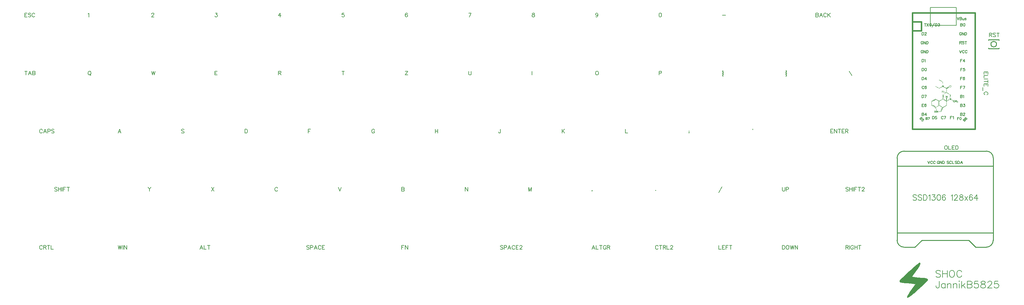
<source format=gto>
G04 Layer: TopSilkscreenLayer*
G04 EasyEDA v6.5.1, 2022-07-13 07:01:50*
G04 5ba7d446201f4704a459628eea357821,d603b60474844c32a05bd641800ef4e1,10*
G04 Gerber Generator version 0.2*
G04 Scale: 100 percent, Rotated: No, Reflected: No *
G04 Dimensions in millimeters *
G04 leading zeros omitted , absolute positions ,4 integer and 5 decimal *
%FSLAX45Y45*%
%MOMM*%

%ADD10C,0.2540*%
%ADD19C,0.1999*%
%ADD20C,0.3810*%
%ADD21C,0.2032*%
%ADD22C,0.1524*%
%ADD23C,0.1501*%

%LPD*%
G36*
X27193138Y3016250D02*
G01*
X27186585Y3015996D01*
X27185264Y3015538D01*
X27180286Y3012592D01*
X27172361Y3006953D01*
X27161794Y2998774D01*
X27133194Y2975559D01*
X27095856Y2944063D01*
X27051253Y2905506D01*
X27000708Y2861208D01*
X26938579Y2805836D01*
X26866189Y2740304D01*
X26804569Y2683459D01*
X26754785Y2636723D01*
X26711249Y2594914D01*
X26671270Y2555443D01*
X26657096Y2540965D01*
X26645362Y2528620D01*
X26636268Y2518562D01*
X26629918Y2510891D01*
X26626565Y2505913D01*
X26625143Y2501595D01*
X26624483Y2498191D01*
X26624178Y2494889D01*
X26624229Y2491587D01*
X26624635Y2488387D01*
X26625346Y2485237D01*
X26626464Y2482189D01*
X26627886Y2479192D01*
X26629664Y2476296D01*
X26631747Y2473452D01*
X26634186Y2470708D01*
X26636929Y2468016D01*
X26639977Y2465425D01*
X26647038Y2460498D01*
X26655369Y2455926D01*
X26664818Y2451760D01*
X26675435Y2447950D01*
X26687170Y2444546D01*
X26699972Y2441549D01*
X26713840Y2439009D01*
X26728674Y2436926D01*
X26744472Y2435301D01*
X26761236Y2434183D01*
X26778915Y2433574D01*
X26804569Y2433167D01*
X26828597Y2432253D01*
X26854200Y2430830D01*
X26880616Y2428951D01*
X26906982Y2426665D01*
X26932585Y2424074D01*
X26956512Y2421178D01*
X26978102Y2418130D01*
X27076349Y2401874D01*
X26941322Y2216251D01*
X26917142Y2182114D01*
X26896415Y2151532D01*
X26887271Y2137511D01*
X26871574Y2111959D01*
X26864970Y2100478D01*
X26859179Y2089708D01*
X26854200Y2079802D01*
X26850035Y2070658D01*
X26846631Y2062225D01*
X26844040Y2054606D01*
X26842262Y2047697D01*
X26841196Y2041499D01*
X26840992Y2036013D01*
X26841500Y2031238D01*
X26842008Y2029104D01*
X26843685Y2025345D01*
X26846072Y2022246D01*
X26848003Y2020773D01*
X26850441Y2019807D01*
X26853286Y2019350D01*
X26856588Y2019401D01*
X26860347Y2020011D01*
X26864564Y2021128D01*
X26869288Y2022754D01*
X26874470Y2024938D01*
X26886255Y2030933D01*
X26892910Y2034692D01*
X26907642Y2043938D01*
X26924406Y2055418D01*
X26943253Y2069084D01*
X26964182Y2085086D01*
X26987246Y2103323D01*
X27012493Y2123948D01*
X27039976Y2146909D01*
X27069694Y2172258D01*
X27101698Y2199995D01*
X27168500Y2259126D01*
X27224177Y2309622D01*
X27275840Y2357526D01*
X27322221Y2401722D01*
X27343100Y2422042D01*
X27366722Y2445562D01*
X27383486Y2462682D01*
X27398167Y2478125D01*
X27410613Y2491689D01*
X27420722Y2503322D01*
X27428393Y2512872D01*
X27433371Y2520137D01*
X27434794Y2522880D01*
X27435556Y2525014D01*
X27435505Y2529027D01*
X27435098Y2532176D01*
X27434438Y2535174D01*
X27433473Y2538120D01*
X27430679Y2543759D01*
X27428901Y2546451D01*
X27426869Y2549042D01*
X27424532Y2551582D01*
X27419046Y2556357D01*
X27415896Y2558643D01*
X27408784Y2562910D01*
X27400605Y2566822D01*
X27391410Y2570378D01*
X27381149Y2573578D01*
X27369820Y2576423D01*
X27357476Y2578862D01*
X27344115Y2580995D01*
X27329739Y2582722D01*
X27314347Y2584094D01*
X27297989Y2585110D01*
X27280615Y2585770D01*
X27250796Y2586126D01*
X27225447Y2586990D01*
X27197812Y2588564D01*
X27161744Y2591358D01*
X27133143Y2594152D01*
X27105965Y2597302D01*
X27081327Y2600807D01*
X26982369Y2617165D01*
X27115515Y2800248D01*
X27127555Y2817114D01*
X27149348Y2848914D01*
X27159153Y2863799D01*
X27176425Y2891536D01*
X27183994Y2904388D01*
X27190750Y2916580D01*
X27196796Y2928061D01*
X27202079Y2938830D01*
X27206549Y2948940D01*
X27210308Y2958338D01*
X27213356Y2967024D01*
X27215592Y2975051D01*
X27217065Y2982366D01*
X27217776Y2988970D01*
X27217776Y2994863D01*
X27216963Y3000044D01*
X27215388Y3004515D01*
X27214322Y3006496D01*
X27211629Y3009900D01*
X27210003Y3011322D01*
X27206143Y3013608D01*
X27201520Y3015234D01*
X27196135Y3016097D01*
G37*
G36*
X27749398Y8207959D02*
G01*
X27749449Y8200390D01*
X27773782Y8186724D01*
X27849474Y8143036D01*
X27851150Y8058150D01*
X27858720Y8055660D01*
X27858720Y8148980D01*
X27796896Y8184388D01*
X27778049Y8194954D01*
X27763266Y8202930D01*
X27754376Y8207400D01*
X27752649Y8207959D01*
G37*
G36*
X27840533Y8053120D02*
G01*
X27840533Y7995412D01*
X27849322Y7995412D01*
X27851150Y8030362D01*
X27874112Y7995412D01*
X27883002Y7995412D01*
X27883002Y8053120D01*
X27874214Y8053120D01*
X27872385Y8018221D01*
X27849423Y8053120D01*
G37*
G36*
X28068168Y8052816D02*
G01*
X28061158Y8052104D01*
X28054604Y8049463D01*
X28051912Y8047736D01*
X28046730Y8043316D01*
X28044800Y8041182D01*
X28041092Y8036407D01*
X28040939Y8013242D01*
X28041691Y8011820D01*
X28053080Y8011820D01*
X28053080Y8037626D01*
X28058364Y8040725D01*
X28060853Y8041944D01*
X28063647Y8042960D01*
X28066390Y8043621D01*
X28068777Y8043925D01*
X28073858Y8044027D01*
X28083408Y8034477D01*
X28083408Y8011820D01*
X28076144Y8004556D01*
X28060345Y8004556D01*
X28053080Y8011820D01*
X28041691Y8011820D01*
X28047492Y8001000D01*
X28068270Y7992313D01*
X28088996Y8001000D01*
X28095549Y8013242D01*
X28095448Y8028330D01*
X28095041Y8032750D01*
X28094432Y8036559D01*
X28093670Y8039303D01*
X28091790Y8044230D01*
X28083205Y8048650D01*
X28075585Y8051698D01*
G37*
G36*
X27646172Y8025790D02*
G01*
X27646172Y8022945D01*
X27648763Y8019288D01*
X27654656Y8014157D01*
X27661311Y8009534D01*
X27668423Y8006638D01*
X27679903Y8000136D01*
X27701697Y7986826D01*
X27706472Y7984236D01*
X27711146Y7982305D01*
X27722728Y7975650D01*
X27750363Y7958328D01*
X27762250Y7964474D01*
X27780945Y7974990D01*
X27829865Y8003692D01*
X27829865Y8012125D01*
X27826868Y8011617D01*
X27822906Y8009839D01*
X27802789Y7998917D01*
X27775306Y7983372D01*
X27763622Y7977022D01*
X27755189Y7972704D01*
X27751277Y7971129D01*
X27748433Y7972196D01*
X27733802Y7979714D01*
X27710892Y7992414D01*
X27663902Y8019745D01*
X27657806Y8022894D01*
X27652980Y8025028D01*
X27650135Y8025790D01*
G37*
G36*
X28034843Y8019694D02*
G01*
X28031033Y8019389D01*
X28027172Y8017865D01*
X28019451Y8013903D01*
X28008986Y8008112D01*
X27960827Y7980019D01*
X27950769Y7974482D01*
X27915057Y7995361D01*
X27906116Y8000136D01*
X27899410Y8003336D01*
X27895956Y8004556D01*
X27892146Y8004556D01*
X27892197Y7996936D01*
X27955900Y7961071D01*
X27955900Y7846974D01*
X27949804Y7843266D01*
X27949804Y7852714D01*
X27940050Y7852714D01*
X27943657Y7838338D01*
X27892502Y7809433D01*
X27849779Y7784388D01*
X27849626Y7665110D01*
X27821889Y7647787D01*
X27810815Y7641132D01*
X27800503Y7635697D01*
X27771039Y7619085D01*
X27761844Y7614259D01*
X27754986Y7611008D01*
X27751379Y7609789D01*
X27749652Y7610348D01*
X27740965Y7614564D01*
X27726843Y7622082D01*
X27708961Y7632039D01*
X27650744Y7665466D01*
X27645664Y7665161D01*
X27641600Y7663789D01*
X27634184Y7660233D01*
X27624532Y7655001D01*
X27594356Y7637373D01*
X27567382Y7621981D01*
X27536952Y7605268D01*
X27536854Y7483551D01*
X27545995Y7483551D01*
X27546046Y7599172D01*
X27636215Y7650276D01*
X27643988Y7654340D01*
X27645817Y7655102D01*
X27646833Y7655306D01*
X27650846Y7653477D01*
X27660244Y7648498D01*
X27689352Y7632039D01*
X27746350Y7599172D01*
X27746401Y7483398D01*
X27755494Y7483297D01*
X27755545Y7599172D01*
X27837688Y7645755D01*
X27848509Y7651648D01*
X27856129Y7655356D01*
X27858313Y7654544D01*
X27868829Y7649108D01*
X27955900Y7599172D01*
X27955849Y7483805D01*
X27896108Y7449718D01*
X27866543Y7431887D01*
X27862479Y7429652D01*
X27859126Y7428179D01*
X27856942Y7427620D01*
X27853487Y7428839D01*
X27846578Y7432243D01*
X27837282Y7437221D01*
X27801011Y7457998D01*
X27755494Y7483297D01*
X27746220Y7483297D01*
X27667153Y7438136D01*
X27657196Y7432649D01*
X27649982Y7428992D01*
X27646630Y7427620D01*
X27643378Y7428941D01*
X27636419Y7432497D01*
X27626767Y7437780D01*
X27571192Y7469631D01*
X27545995Y7483551D01*
X27536854Y7483551D01*
X27536851Y7479842D01*
X27563775Y7463383D01*
X27616403Y7433056D01*
X27628545Y7425690D01*
X27637384Y7420000D01*
X27643074Y7415733D01*
X27644801Y7414158D01*
X27645868Y7412888D01*
X27648611Y7404100D01*
X27657450Y7380122D01*
X27674366Y7336536D01*
X27676805Y7336536D01*
X27677872Y7336739D01*
X27678989Y7337298D01*
X27680056Y7338161D01*
X27682545Y7341870D01*
X27652624Y7418374D01*
X27750922Y7475728D01*
X27796236Y7449718D01*
X27848102Y7419543D01*
X27846731Y7412278D01*
X27841651Y7396937D01*
X27832405Y7370927D01*
X27821127Y7340142D01*
X27809494Y7309358D01*
X27725115Y7307681D01*
X27725115Y7301585D01*
X27815743Y7299909D01*
X27860244Y7417866D01*
X27926080Y7455763D01*
X27950515Y7470190D01*
X27964993Y7479284D01*
X27964993Y7599222D01*
X28013304Y7626705D01*
X28029966Y7636764D01*
X28035148Y7640320D01*
X28038501Y7643063D01*
X28040279Y7645196D01*
X28040685Y7646873D01*
X28039923Y7648244D01*
X28038552Y7648905D01*
X28036367Y7648905D01*
X28033319Y7648092D01*
X28029306Y7646466D01*
X28024175Y7644028D01*
X28010358Y7636357D01*
X27982316Y7620000D01*
X27975306Y7616240D01*
X27971292Y7614412D01*
X27966060Y7612786D01*
X27974391Y7688732D01*
X27946299Y7688732D01*
X27948636Y7675473D01*
X27950464Y7659725D01*
X27952192Y7641742D01*
X27954071Y7625181D01*
X27956560Y7609738D01*
X27896515Y7644130D01*
X27858821Y7665974D01*
X27858720Y7779207D01*
X27960472Y7837525D01*
X28013660Y7807147D01*
X28059126Y7781848D01*
X28059126Y7694371D01*
X28069743Y7696403D01*
X28071470Y7780528D01*
X28068015Y7784693D01*
X28063393Y7788148D01*
X28053385Y7794498D01*
X28039466Y7802829D01*
X28006395Y7821726D01*
X27979877Y7837271D01*
X27973375Y7841335D01*
X27964993Y7847075D01*
X27965247Y7951419D01*
X28042412Y7994599D01*
X28044394Y8004556D01*
X28041701Y8004556D01*
X28039110Y8003641D01*
X28027274Y7997444D01*
X27986583Y7973974D01*
X27965552Y7962290D01*
X27962555Y7970164D01*
X28034843Y8011159D01*
G37*
G36*
X27828392Y7904835D02*
G01*
X27826715Y7900517D01*
X27826157Y7896859D01*
X27825801Y7890002D01*
X27825953Y7870698D01*
X27826868Y7845145D01*
X27835961Y7845145D01*
X27837841Y7870952D01*
X27861412Y7870952D01*
X27863292Y7845145D01*
X27872385Y7845145D01*
X27872385Y7902803D01*
X27863292Y7902803D01*
X27861412Y7880045D01*
X27837841Y7880045D01*
X27835961Y7902346D01*
G37*
G36*
X27886304Y7878013D02*
G01*
X27882138Y7866888D01*
X27880056Y7859928D01*
X27878481Y7851800D01*
X27885491Y7849362D01*
X27892806Y7871510D01*
G37*
G36*
X27901138Y7870748D02*
G01*
X27898852Y7869326D01*
X27897023Y7866125D01*
X27895702Y7861046D01*
X27895143Y7855508D01*
X27895143Y7849666D01*
X27903627Y7849666D01*
X27907488Y7865160D01*
X27905710Y7868056D01*
X27903525Y7870342D01*
G37*
G36*
X27915514Y7864703D02*
G01*
X27912212Y7860080D01*
X27910891Y7855407D01*
X27910332Y7850936D01*
X27910332Y7846618D01*
X27918765Y7846618D01*
X27920492Y7853222D01*
X27920899Y7860233D01*
X27918816Y7864398D01*
G37*
G36*
X27932329Y7858810D02*
G01*
X27929789Y7858201D01*
X27927553Y7856778D01*
X27926792Y7855508D01*
X27926131Y7853629D01*
X27925674Y7851343D01*
X27925522Y7843113D01*
X27933142Y7845602D01*
X27935072Y7858810D01*
G37*
G36*
X27867711Y7773771D02*
G01*
X27869337Y7672070D01*
X27878481Y7672070D01*
X27880157Y7773771D01*
G37*
G36*
X27943759Y7752537D02*
G01*
X27943759Y7694828D01*
X27952750Y7694828D01*
X27955138Y7704937D01*
X27955494Y7708087D01*
X27955544Y7710982D01*
X27955341Y7713218D01*
X27954376Y7717586D01*
X27976779Y7719466D01*
X27978658Y7696403D01*
X27989276Y7694371D01*
X27989276Y7752537D01*
X27980843Y7752537D01*
X27978303Y7745374D01*
X27977287Y7739735D01*
X27977134Y7731252D01*
X27952852Y7731252D01*
X27952852Y7752537D01*
G37*
G36*
X28083713Y7692186D02*
G01*
X28081935Y7654188D01*
X28058770Y7691780D01*
X28053233Y7691628D01*
X28050083Y7690561D01*
X28046984Y7687716D01*
X28046984Y7634071D01*
X28058821Y7634071D01*
X28060650Y7667345D01*
X28081935Y7634325D01*
X28095803Y7634071D01*
X28094076Y7690205D01*
G37*
G36*
X27649728Y7643215D02*
G01*
X27645664Y7643164D01*
X27642921Y7642453D01*
X27638349Y7640574D01*
X27632660Y7637881D01*
X27613559Y7627213D01*
X27560066Y7596124D01*
X27557628Y7588554D01*
X27560981Y7588554D01*
X27563927Y7589469D01*
X27569363Y7592009D01*
X27584806Y7600238D01*
X27626310Y7624114D01*
X27634590Y7629093D01*
X27641550Y7633665D01*
X27646426Y7637373D01*
X27648560Y7639710D01*
G37*
G36*
X28101645Y7643215D02*
G01*
X28101645Y7635240D01*
X28142184Y7612684D01*
X28146349Y7617002D01*
X28147010Y7618222D01*
X28147264Y7619238D01*
X28147010Y7619898D01*
X28144012Y7621981D01*
X28132277Y7628890D01*
X28117850Y7636814D01*
X28106827Y7642352D01*
X28104541Y7643215D01*
G37*
G36*
X28204871Y7631480D02*
G01*
X28204871Y7572908D01*
X28215488Y7574940D01*
X28217418Y7597648D01*
X28238297Y7597648D01*
X28238297Y7573365D01*
X28250438Y7573365D01*
X28250438Y7631480D01*
X28239821Y7629499D01*
X28237891Y7609789D01*
X28217418Y7609789D01*
X28215488Y7629499D01*
G37*
G36*
X28184652Y7631074D02*
G01*
X28169920Y7630617D01*
X28162351Y7629652D01*
X28160014Y7629042D01*
X28158186Y7627721D01*
X28156001Y7625384D01*
X28153715Y7622286D01*
X28151683Y7618780D01*
X28147213Y7610094D01*
X28147213Y7593075D01*
X28159252Y7573365D01*
X28185516Y7573365D01*
X28190189Y7577175D01*
X28192171Y7579055D01*
X28194101Y7581442D01*
X28195727Y7583982D01*
X28196794Y7586370D01*
X28198724Y7591806D01*
X28189326Y7595412D01*
X28180233Y7582458D01*
X28168904Y7582458D01*
X28159354Y7592009D01*
X28159354Y7611872D01*
X28164891Y7616901D01*
X28167431Y7618882D01*
X28170276Y7620457D01*
X28173070Y7621524D01*
X28175508Y7621930D01*
X28180538Y7621930D01*
X28188107Y7609789D01*
X28195777Y7609789D01*
X28195777Y7621016D01*
G37*
G36*
X28263799Y7600696D02*
G01*
X28260141Y7597038D01*
X28257652Y7593431D01*
X28256636Y7589672D01*
X28257093Y7586725D01*
X28259176Y7585506D01*
X28260497Y7585862D01*
X28262173Y7586878D01*
X28264002Y7588351D01*
X28269590Y7594853D01*
X28276245Y7588148D01*
X28270911Y7585151D01*
X28268879Y7583779D01*
X28267152Y7582204D01*
X28266034Y7580630D01*
X28265627Y7579258D01*
X28265627Y7576413D01*
X28274721Y7576413D01*
X28274721Y7564272D01*
X28265627Y7564272D01*
X28265627Y7570317D01*
X28256484Y7570317D01*
X28256484Y7566355D01*
X28256788Y7564577D01*
X28257550Y7562494D01*
X28258719Y7560513D01*
X28260141Y7558786D01*
X28263799Y7555128D01*
X28276803Y7555128D01*
X28281833Y7560716D01*
X28285135Y7565542D01*
X28286659Y7570470D01*
X28286354Y7574788D01*
X28284119Y7577734D01*
X28281376Y7579461D01*
X28284525Y7591602D01*
X28277007Y7600696D01*
G37*
G36*
X27731161Y7595006D02*
G01*
X27729586Y7590891D01*
X27729027Y7585506D01*
X27728722Y7573822D01*
X27728621Y7557617D01*
X27729688Y7490358D01*
X27737257Y7487818D01*
X27737257Y7591247D01*
G37*
G36*
X27558136Y7494422D02*
G01*
X27558136Y7485938D01*
X27565197Y7483195D01*
X27579929Y7475220D01*
X27604618Y7460792D01*
X27644089Y7436967D01*
X27646680Y7438542D01*
X27647646Y7439355D01*
X27648458Y7440422D01*
X27649017Y7441590D01*
X27649220Y7442708D01*
X27648306Y7443774D01*
X27641600Y7448600D01*
X27629967Y7456017D01*
X27615235Y7465009D01*
X27584247Y7483043D01*
X27571649Y7489901D01*
X27563470Y7493863D01*
X27561641Y7494422D01*
G37*
G36*
X27829103Y7415479D02*
G01*
X27816759Y7381290D01*
X27807361Y7356297D01*
X27794610Y7323480D01*
X27800503Y7317638D01*
X27803500Y7319467D01*
X27804770Y7320838D01*
X27806142Y7323226D01*
X27807462Y7326274D01*
X27809088Y7331964D01*
X27815336Y7349998D01*
X27824633Y7374686D01*
X27832862Y7397242D01*
X27835402Y7404811D01*
X27838146Y7415479D01*
G37*
G36*
X27655265Y7333945D02*
G01*
X27655265Y7309205D01*
X27630983Y7309205D01*
X27630983Y7333488D01*
X27621890Y7333488D01*
X27621890Y7275779D01*
X27630983Y7275779D01*
X27630983Y7300061D01*
X27655265Y7300061D01*
X27655265Y7275322D01*
X27665934Y7277404D01*
X27665934Y7331862D01*
G37*
G36*
X27681072Y7333488D02*
G01*
X27679548Y7333335D01*
X27676602Y7332268D01*
X27673503Y7329424D01*
X27673503Y7275779D01*
X27685339Y7275779D01*
X27687168Y7310729D01*
X27708352Y7275779D01*
X27719070Y7275779D01*
X27719070Y7333488D01*
X27710231Y7333488D01*
X27708402Y7297115D01*
X27684577Y7333488D01*
G37*
D21*
X27789886Y2768092D02*
G01*
X27771343Y2786634D01*
X27743658Y2795778D01*
X27706827Y2795778D01*
X27679141Y2786634D01*
X27660600Y2768092D01*
X27660600Y2749550D01*
X27669743Y2731262D01*
X27679141Y2721863D01*
X27697429Y2712720D01*
X27753056Y2694178D01*
X27771343Y2685034D01*
X27780741Y2675889D01*
X27789886Y2657347D01*
X27789886Y2629662D01*
X27771343Y2611120D01*
X27743658Y2601976D01*
X27706827Y2601976D01*
X27679141Y2611120D01*
X27660600Y2629662D01*
X27850845Y2795778D02*
G01*
X27850845Y2601976D01*
X27980132Y2795778D02*
G01*
X27980132Y2601976D01*
X27850845Y2703576D02*
G01*
X27980132Y2703576D01*
X28096463Y2795778D02*
G01*
X28078175Y2786634D01*
X28059634Y2768092D01*
X28050490Y2749550D01*
X28041091Y2721863D01*
X28041091Y2675889D01*
X28050490Y2647950D01*
X28059634Y2629662D01*
X28078175Y2611120D01*
X28096463Y2601976D01*
X28133548Y2601976D01*
X28152090Y2611120D01*
X28170377Y2629662D01*
X28179775Y2647950D01*
X28188920Y2675889D01*
X28188920Y2721863D01*
X28179775Y2749550D01*
X28170377Y2768092D01*
X28152090Y2786634D01*
X28133548Y2795778D01*
X28096463Y2795778D01*
X28388309Y2749550D02*
G01*
X28379165Y2768092D01*
X28360624Y2786634D01*
X28342336Y2795778D01*
X28305252Y2795778D01*
X28286709Y2786634D01*
X28268422Y2768092D01*
X28259024Y2749550D01*
X28249879Y2721863D01*
X28249879Y2675889D01*
X28259024Y2647950D01*
X28268422Y2629662D01*
X28286709Y2611120D01*
X28305252Y2601976D01*
X28342336Y2601976D01*
X28360624Y2611120D01*
X28379165Y2629662D01*
X28388309Y2647950D01*
X27753056Y2490978D02*
G01*
X27753056Y2343150D01*
X27743658Y2315463D01*
X27734513Y2306320D01*
X27715972Y2297176D01*
X27697429Y2297176D01*
X27679141Y2306320D01*
X27669743Y2315463D01*
X27660600Y2343150D01*
X27660600Y2361692D01*
X27924759Y2426462D02*
G01*
X27924759Y2297176D01*
X27924759Y2398776D02*
G01*
X27906218Y2417063D01*
X27887929Y2426462D01*
X27859990Y2426462D01*
X27841702Y2417063D01*
X27823159Y2398776D01*
X27814015Y2371089D01*
X27814015Y2352547D01*
X27823159Y2324862D01*
X27841702Y2306320D01*
X27859990Y2297176D01*
X27887929Y2297176D01*
X27906218Y2306320D01*
X27924759Y2324862D01*
X27985720Y2426462D02*
G01*
X27985720Y2297176D01*
X27985720Y2389378D02*
G01*
X28013406Y2417063D01*
X28031948Y2426462D01*
X28059634Y2426462D01*
X28078175Y2417063D01*
X28087320Y2389378D01*
X28087320Y2297176D01*
X28148279Y2426462D02*
G01*
X28148279Y2297176D01*
X28148279Y2389378D02*
G01*
X28175965Y2417063D01*
X28194508Y2426462D01*
X28222193Y2426462D01*
X28240736Y2417063D01*
X28249879Y2389378D01*
X28249879Y2297176D01*
X28310840Y2490978D02*
G01*
X28319984Y2481834D01*
X28329382Y2490978D01*
X28319984Y2500376D01*
X28310840Y2490978D01*
X28319984Y2426462D02*
G01*
X28319984Y2297176D01*
X28390341Y2490978D02*
G01*
X28390341Y2297176D01*
X28482543Y2426462D02*
G01*
X28390341Y2334005D01*
X28427172Y2371089D02*
G01*
X28491941Y2297176D01*
X28552902Y2490978D02*
G01*
X28552902Y2297176D01*
X28552902Y2490978D02*
G01*
X28635959Y2490978D01*
X28663645Y2481834D01*
X28672790Y2472689D01*
X28682188Y2454147D01*
X28682188Y2435605D01*
X28672790Y2417063D01*
X28663645Y2407920D01*
X28635959Y2398776D01*
X28552902Y2398776D02*
G01*
X28635959Y2398776D01*
X28663645Y2389378D01*
X28672790Y2380234D01*
X28682188Y2361692D01*
X28682188Y2334005D01*
X28672790Y2315463D01*
X28663645Y2306320D01*
X28635959Y2297176D01*
X28552902Y2297176D01*
X28853891Y2490978D02*
G01*
X28761690Y2490978D01*
X28752291Y2407920D01*
X28761690Y2417063D01*
X28789375Y2426462D01*
X28817061Y2426462D01*
X28844748Y2417063D01*
X28863290Y2398776D01*
X28872434Y2371089D01*
X28872434Y2352547D01*
X28863290Y2324862D01*
X28844748Y2306320D01*
X28817061Y2297176D01*
X28789375Y2297176D01*
X28761690Y2306320D01*
X28752291Y2315463D01*
X28743148Y2334005D01*
X28979622Y2490978D02*
G01*
X28951936Y2481834D01*
X28942538Y2463292D01*
X28942538Y2444750D01*
X28951936Y2426462D01*
X28970224Y2417063D01*
X29007308Y2407920D01*
X29034993Y2398776D01*
X29053536Y2380234D01*
X29062679Y2361692D01*
X29062679Y2334005D01*
X29053536Y2315463D01*
X29044138Y2306320D01*
X29016452Y2297176D01*
X28979622Y2297176D01*
X28951936Y2306320D01*
X28942538Y2315463D01*
X28933393Y2334005D01*
X28933393Y2361692D01*
X28942538Y2380234D01*
X28961079Y2398776D01*
X28988765Y2407920D01*
X29025850Y2417063D01*
X29044138Y2426462D01*
X29053536Y2444750D01*
X29053536Y2463292D01*
X29044138Y2481834D01*
X29016452Y2490978D01*
X28979622Y2490978D01*
X29132784Y2444750D02*
G01*
X29132784Y2454147D01*
X29142182Y2472689D01*
X29151325Y2481834D01*
X29169868Y2490978D01*
X29206698Y2490978D01*
X29225240Y2481834D01*
X29234384Y2472689D01*
X29243782Y2454147D01*
X29243782Y2435605D01*
X29234384Y2417063D01*
X29216095Y2389378D01*
X29123640Y2297176D01*
X29252925Y2297176D01*
X29424629Y2490978D02*
G01*
X29332427Y2490978D01*
X29323029Y2407920D01*
X29332427Y2417063D01*
X29360113Y2426462D01*
X29387800Y2426462D01*
X29415486Y2417063D01*
X29434027Y2398776D01*
X29443172Y2371089D01*
X29443172Y2352547D01*
X29434027Y2324862D01*
X29415486Y2306320D01*
X29387800Y2297176D01*
X29360113Y2297176D01*
X29332427Y2306320D01*
X29323029Y2315463D01*
X29313886Y2334005D01*
D22*
X29134760Y8432782D02*
G01*
X29025794Y8432782D01*
X29134760Y8432782D02*
G01*
X29134760Y8365218D01*
X29082944Y8432782D02*
G01*
X29082944Y8391126D01*
X29025794Y8432782D02*
G01*
X29025794Y8365218D01*
X29134760Y8330928D02*
G01*
X29025794Y8330928D01*
X29025794Y8330928D02*
G01*
X29025794Y8268698D01*
X29134760Y8234408D02*
G01*
X29025794Y8234408D01*
X29134760Y8163542D02*
G01*
X29025794Y8163542D01*
X29134760Y8200118D02*
G01*
X29134760Y8127220D01*
X29134760Y8092930D02*
G01*
X29025794Y8092930D01*
X29134760Y8092930D02*
G01*
X29134760Y8025366D01*
X29082944Y8092930D02*
G01*
X29082944Y8051528D01*
X29025794Y8092930D02*
G01*
X29025794Y8025366D01*
X28989218Y7991076D02*
G01*
X28989218Y7897604D01*
X29108852Y7785336D02*
G01*
X29119266Y7790670D01*
X29129680Y7801084D01*
X29134760Y7811498D01*
X29134760Y7832072D01*
X29129680Y7842486D01*
X29119266Y7852900D01*
X29108852Y7858234D01*
X29093104Y7863314D01*
X29067196Y7863314D01*
X29051702Y7858234D01*
X29041288Y7852900D01*
X29030874Y7842486D01*
X29025794Y7832072D01*
X29025794Y7811498D01*
X29030874Y7801084D01*
X29041288Y7790670D01*
X29051702Y7785336D01*
D23*
X27558461Y7171951D02*
G01*
X27558461Y7095497D01*
X27558461Y7171951D02*
G01*
X27583861Y7171951D01*
X27594783Y7168395D01*
X27602149Y7161029D01*
X27605705Y7153663D01*
X27609261Y7142741D01*
X27609261Y7124707D01*
X27605705Y7113785D01*
X27602149Y7106419D01*
X27594783Y7099053D01*
X27583861Y7095497D01*
X27558461Y7095497D01*
X27677079Y7171951D02*
G01*
X27640503Y7171951D01*
X27636947Y7139185D01*
X27640503Y7142741D01*
X27651425Y7146551D01*
X27662347Y7146551D01*
X27673269Y7142741D01*
X27680635Y7135629D01*
X27684191Y7124707D01*
X27684191Y7117341D01*
X27680635Y7106419D01*
X27673269Y7099053D01*
X27662347Y7095497D01*
X27651425Y7095497D01*
X27640503Y7099053D01*
X27636947Y7102863D01*
X27633391Y7109975D01*
X28066461Y7171951D02*
G01*
X28066461Y7095497D01*
X28066461Y7171951D02*
G01*
X28113705Y7171951D01*
X28066461Y7135629D02*
G01*
X28095417Y7135629D01*
X28137835Y7157473D02*
G01*
X28144947Y7161029D01*
X28155869Y7171951D01*
X28155869Y7095497D01*
X27867071Y7153663D02*
G01*
X27863261Y7161029D01*
X27856149Y7168395D01*
X27848783Y7171951D01*
X27834305Y7171951D01*
X27826939Y7168395D01*
X27819827Y7161029D01*
X27816017Y7153663D01*
X27812461Y7142741D01*
X27812461Y7124707D01*
X27816017Y7113785D01*
X27819827Y7106419D01*
X27826939Y7099053D01*
X27834305Y7095497D01*
X27848783Y7095497D01*
X27856149Y7099053D01*
X27863261Y7106419D01*
X27867071Y7113785D01*
X27942001Y7171951D02*
G01*
X27905425Y7095497D01*
X27890947Y7171951D02*
G01*
X27942001Y7171951D01*
X28426900Y7071568D02*
G01*
X28474136Y7024331D01*
X28426900Y7071568D02*
G01*
X28447197Y7091862D01*
X28456176Y7096173D01*
X28460666Y7096353D01*
X28467311Y7094019D01*
X28471802Y7089528D01*
X28474136Y7082883D01*
X28474136Y7078212D01*
X28469648Y7069411D01*
X28449351Y7049117D02*
G01*
X28469648Y7069411D01*
X28478627Y7073722D01*
X28483118Y7073902D01*
X28489762Y7071568D01*
X28496587Y7064743D01*
X28498921Y7058096D01*
X28498921Y7053427D01*
X28494433Y7044626D01*
X28474136Y7024331D01*
X28507004Y7138022D02*
G01*
X28500359Y7140356D01*
X28491200Y7135865D01*
X28486709Y7131375D01*
X28482399Y7122396D01*
X28484375Y7111080D01*
X28493534Y7097610D01*
X28504669Y7086475D01*
X28515985Y7079470D01*
X28525144Y7079650D01*
X28533945Y7084141D01*
X28536280Y7086475D01*
X28540770Y7095276D01*
X28540770Y7104255D01*
X28536280Y7113414D01*
X28533945Y7115751D01*
X28524964Y7120061D01*
X28515985Y7120061D01*
X28507004Y7115751D01*
X28504669Y7113414D01*
X28500359Y7104435D01*
X28500179Y7095276D01*
X28504669Y7086475D01*
X28270550Y7141751D02*
G01*
X28270550Y7074949D01*
X28270550Y7141751D02*
G01*
X28311698Y7141751D01*
X28270550Y7110001D02*
G01*
X28295950Y7110001D01*
X28351830Y7141751D02*
G01*
X28342432Y7138703D01*
X28336082Y7129051D01*
X28332780Y7113303D01*
X28332780Y7103651D01*
X28336082Y7087649D01*
X28342432Y7078251D01*
X28351830Y7074949D01*
X28358180Y7074949D01*
X28367832Y7078251D01*
X28374182Y7087649D01*
X28377484Y7103651D01*
X28377484Y7113303D01*
X28374182Y7129051D01*
X28367832Y7138703D01*
X28358180Y7141751D01*
X28351830Y7141751D01*
X27370552Y7141827D02*
G01*
X27370552Y7075025D01*
X27370552Y7141827D02*
G01*
X27399000Y7141827D01*
X27408652Y7138525D01*
X27411700Y7135477D01*
X27415002Y7129127D01*
X27415002Y7122777D01*
X27411700Y7116427D01*
X27408652Y7113125D01*
X27399000Y7110077D01*
X27370552Y7110077D02*
G01*
X27399000Y7110077D01*
X27408652Y7106775D01*
X27411700Y7103727D01*
X27415002Y7097377D01*
X27415002Y7087725D01*
X27411700Y7081375D01*
X27408652Y7078073D01*
X27399000Y7075025D01*
X27370552Y7075025D01*
X27480534Y7141827D02*
G01*
X27448784Y7075025D01*
X27436084Y7141827D02*
G01*
X27480534Y7141827D01*
X27352645Y9809005D02*
G01*
X27352645Y9732551D01*
X27327245Y9809005D02*
G01*
X27378045Y9809005D01*
X27402175Y9809005D02*
G01*
X27452975Y9732551D01*
X27452975Y9809005D02*
G01*
X27402175Y9732551D01*
X27498949Y9809005D02*
G01*
X27488027Y9805195D01*
X27480661Y9794273D01*
X27477105Y9776239D01*
X27477105Y9765317D01*
X27480661Y9747029D01*
X27488027Y9736107D01*
X27498949Y9732551D01*
X27506061Y9732551D01*
X27516983Y9736107D01*
X27524349Y9747029D01*
X27527905Y9765317D01*
X27527905Y9776239D01*
X27524349Y9794273D01*
X27516983Y9805195D01*
X27506061Y9809005D01*
X27498949Y9809005D01*
X27617567Y9823483D02*
G01*
X27552035Y9707151D01*
X27641443Y9809005D02*
G01*
X27641443Y9732551D01*
X27641443Y9809005D02*
G01*
X27666843Y9809005D01*
X27677765Y9805195D01*
X27685131Y9798083D01*
X27688687Y9790717D01*
X27692497Y9779795D01*
X27692497Y9761761D01*
X27688687Y9750839D01*
X27685131Y9743473D01*
X27677765Y9736107D01*
X27666843Y9732551D01*
X27641443Y9732551D01*
X27723739Y9809005D02*
G01*
X27763617Y9809005D01*
X27741773Y9779795D01*
X27752695Y9779795D01*
X27760061Y9776239D01*
X27763617Y9772429D01*
X27767427Y9761761D01*
X27767427Y9754395D01*
X27763617Y9743473D01*
X27756505Y9736107D01*
X27745583Y9732551D01*
X27734661Y9732551D01*
X27723739Y9736107D01*
X27719929Y9739917D01*
X27716373Y9747029D01*
X27266336Y9554954D02*
G01*
X27266336Y9478500D01*
X27266336Y9554954D02*
G01*
X27291736Y9554954D01*
X27302658Y9551398D01*
X27310024Y9544032D01*
X27313580Y9536666D01*
X27317136Y9525744D01*
X27317136Y9507710D01*
X27313580Y9496788D01*
X27310024Y9489422D01*
X27302658Y9482056D01*
X27291736Y9478500D01*
X27266336Y9478500D01*
X27344822Y9536666D02*
G01*
X27344822Y9540476D01*
X27348632Y9547588D01*
X27352188Y9551398D01*
X27359554Y9554954D01*
X27374032Y9554954D01*
X27381144Y9551398D01*
X27384954Y9547588D01*
X27388510Y9540476D01*
X27388510Y9533110D01*
X27384954Y9525744D01*
X27377588Y9514822D01*
X27341266Y9478500D01*
X27392066Y9478500D01*
X27266336Y8538954D02*
G01*
X27266336Y8462500D01*
X27266336Y8538954D02*
G01*
X27291736Y8538954D01*
X27302658Y8535398D01*
X27310024Y8528032D01*
X27313580Y8520666D01*
X27317136Y8509744D01*
X27317136Y8491710D01*
X27313580Y8480788D01*
X27310024Y8473422D01*
X27302658Y8466056D01*
X27291736Y8462500D01*
X27266336Y8462500D01*
X27363110Y8538954D02*
G01*
X27352188Y8535398D01*
X27344822Y8524476D01*
X27341266Y8506188D01*
X27341266Y8495266D01*
X27344822Y8476978D01*
X27352188Y8466056D01*
X27363110Y8462500D01*
X27370476Y8462500D01*
X27381144Y8466056D01*
X27388510Y8476978D01*
X27392066Y8495266D01*
X27392066Y8506188D01*
X27388510Y8524476D01*
X27381144Y8535398D01*
X27370476Y8538954D01*
X27363110Y8538954D01*
X27266336Y8792954D02*
G01*
X27266336Y8716500D01*
X27266336Y8792954D02*
G01*
X27291736Y8792954D01*
X27302658Y8789398D01*
X27310024Y8782032D01*
X27313580Y8774666D01*
X27317136Y8763744D01*
X27317136Y8745710D01*
X27313580Y8734788D01*
X27310024Y8727422D01*
X27302658Y8720056D01*
X27291736Y8716500D01*
X27266336Y8716500D01*
X27341266Y8778476D02*
G01*
X27348632Y8782032D01*
X27359554Y8792954D01*
X27359554Y8716500D01*
X27288967Y9028640D02*
G01*
X27285157Y9036006D01*
X27278045Y9043372D01*
X27270679Y9046928D01*
X27256201Y9046928D01*
X27248835Y9043372D01*
X27241723Y9036006D01*
X27237913Y9028640D01*
X27234357Y9017718D01*
X27234357Y8999684D01*
X27237913Y8988762D01*
X27241723Y8981396D01*
X27248835Y8974284D01*
X27256201Y8970474D01*
X27270679Y8970474D01*
X27278045Y8974284D01*
X27285157Y8981396D01*
X27288967Y8988762D01*
X27288967Y8999684D01*
X27270679Y8999684D02*
G01*
X27288967Y8999684D01*
X27312843Y9046928D02*
G01*
X27312843Y8970474D01*
X27312843Y9046928D02*
G01*
X27363897Y8970474D01*
X27363897Y9046928D02*
G01*
X27363897Y8970474D01*
X27387773Y9046928D02*
G01*
X27387773Y8970474D01*
X27387773Y9046928D02*
G01*
X27413173Y9046928D01*
X27424095Y9043372D01*
X27431461Y9036006D01*
X27435017Y9028640D01*
X27438827Y9017718D01*
X27438827Y8999684D01*
X27435017Y8988762D01*
X27431461Y8981396D01*
X27424095Y8974284D01*
X27413173Y8970474D01*
X27387773Y8970474D01*
X27288967Y9282640D02*
G01*
X27285157Y9290006D01*
X27278045Y9297372D01*
X27270679Y9300928D01*
X27256201Y9300928D01*
X27248835Y9297372D01*
X27241723Y9290006D01*
X27237913Y9282640D01*
X27234357Y9271718D01*
X27234357Y9253684D01*
X27237913Y9242762D01*
X27241723Y9235396D01*
X27248835Y9228284D01*
X27256201Y9224474D01*
X27270679Y9224474D01*
X27278045Y9228284D01*
X27285157Y9235396D01*
X27288967Y9242762D01*
X27288967Y9253684D01*
X27270679Y9253684D02*
G01*
X27288967Y9253684D01*
X27312843Y9300928D02*
G01*
X27312843Y9224474D01*
X27312843Y9300928D02*
G01*
X27363897Y9224474D01*
X27363897Y9300928D02*
G01*
X27363897Y9224474D01*
X27387773Y9300928D02*
G01*
X27387773Y9224474D01*
X27387773Y9300928D02*
G01*
X27413173Y9300928D01*
X27424095Y9297372D01*
X27431461Y9290006D01*
X27435017Y9282640D01*
X27438827Y9271718D01*
X27438827Y9253684D01*
X27435017Y9242762D01*
X27431461Y9235396D01*
X27424095Y9228284D01*
X27413173Y9224474D01*
X27387773Y9224474D01*
X27266336Y8284954D02*
G01*
X27266336Y8208500D01*
X27266336Y8284954D02*
G01*
X27291736Y8284954D01*
X27302658Y8281398D01*
X27310024Y8274032D01*
X27313580Y8266666D01*
X27317136Y8255744D01*
X27317136Y8237710D01*
X27313580Y8226788D01*
X27310024Y8219422D01*
X27302658Y8212056D01*
X27291736Y8208500D01*
X27266336Y8208500D01*
X27377588Y8284954D02*
G01*
X27341266Y8233900D01*
X27395876Y8233900D01*
X27377588Y8284954D02*
G01*
X27377588Y8208500D01*
X27320946Y8012666D02*
G01*
X27317136Y8020032D01*
X27310024Y8027398D01*
X27302658Y8030954D01*
X27288180Y8030954D01*
X27280814Y8027398D01*
X27273702Y8020032D01*
X27269892Y8012666D01*
X27266336Y8001744D01*
X27266336Y7983710D01*
X27269892Y7972788D01*
X27273702Y7965422D01*
X27280814Y7958056D01*
X27288180Y7954500D01*
X27302658Y7954500D01*
X27310024Y7958056D01*
X27317136Y7965422D01*
X27320946Y7972788D01*
X27388510Y8020032D02*
G01*
X27384954Y8027398D01*
X27374032Y8030954D01*
X27366666Y8030954D01*
X27355744Y8027398D01*
X27348632Y8016476D01*
X27344822Y7998188D01*
X27344822Y7979900D01*
X27348632Y7965422D01*
X27355744Y7958056D01*
X27366666Y7954500D01*
X27370476Y7954500D01*
X27381144Y7958056D01*
X27388510Y7965422D01*
X27392066Y7976344D01*
X27392066Y7979900D01*
X27388510Y7990822D01*
X27381144Y7998188D01*
X27370476Y8001744D01*
X27366666Y8001744D01*
X27355744Y7998188D01*
X27348632Y7990822D01*
X27344822Y7979900D01*
X27266336Y7776954D02*
G01*
X27266336Y7700500D01*
X27266336Y7776954D02*
G01*
X27291736Y7776954D01*
X27302658Y7773398D01*
X27310024Y7766032D01*
X27313580Y7758666D01*
X27317136Y7747744D01*
X27317136Y7729710D01*
X27313580Y7718788D01*
X27310024Y7711422D01*
X27302658Y7704056D01*
X27291736Y7700500D01*
X27266336Y7700500D01*
X27392066Y7776954D02*
G01*
X27355744Y7700500D01*
X27341266Y7776954D02*
G01*
X27392066Y7776954D01*
X27266336Y7522954D02*
G01*
X27266336Y7446500D01*
X27266336Y7522954D02*
G01*
X27313580Y7522954D01*
X27266336Y7486632D02*
G01*
X27295546Y7486632D01*
X27266336Y7446500D02*
G01*
X27313580Y7446500D01*
X27381144Y7512032D02*
G01*
X27377588Y7519398D01*
X27366666Y7522954D01*
X27359554Y7522954D01*
X27348632Y7519398D01*
X27341266Y7508476D01*
X27337710Y7490188D01*
X27337710Y7471900D01*
X27341266Y7457422D01*
X27348632Y7450056D01*
X27359554Y7446500D01*
X27363110Y7446500D01*
X27374032Y7450056D01*
X27381144Y7457422D01*
X27384954Y7468344D01*
X27384954Y7471900D01*
X27381144Y7482822D01*
X27374032Y7490188D01*
X27363110Y7493744D01*
X27359554Y7493744D01*
X27348632Y7490188D01*
X27341266Y7482822D01*
X27337710Y7471900D01*
X27266336Y7268954D02*
G01*
X27266336Y7192500D01*
X27266336Y7268954D02*
G01*
X27299102Y7268954D01*
X27310024Y7265398D01*
X27313580Y7261588D01*
X27317136Y7254476D01*
X27317136Y7247110D01*
X27313580Y7239744D01*
X27310024Y7236188D01*
X27299102Y7232632D01*
X27266336Y7232632D02*
G01*
X27299102Y7232632D01*
X27310024Y7228822D01*
X27313580Y7225266D01*
X27317136Y7217900D01*
X27317136Y7206978D01*
X27313580Y7199866D01*
X27310024Y7196056D01*
X27299102Y7192500D01*
X27266336Y7192500D01*
X27377588Y7268954D02*
G01*
X27341266Y7217900D01*
X27395876Y7217900D01*
X27377588Y7268954D02*
G01*
X27377588Y7192500D01*
X27246861Y7150836D02*
G01*
X27199445Y7103419D01*
X27246861Y7150836D02*
G01*
X27267156Y7130542D01*
X27271466Y7121560D01*
X27271466Y7116892D01*
X27269132Y7110244D01*
X27264641Y7105756D01*
X27257997Y7103419D01*
X27253506Y7103600D01*
X27244527Y7107910D01*
X27224230Y7128207D02*
G01*
X27244527Y7107910D01*
X27249015Y7099109D01*
X27249015Y7094440D01*
X27246681Y7087796D01*
X27240036Y7081149D01*
X27233211Y7078634D01*
X27228721Y7078814D01*
X27219742Y7083125D01*
X27199445Y7103419D01*
X27320140Y7077557D02*
G01*
X27297689Y7100008D01*
X27275238Y7081867D01*
X27279549Y7081867D01*
X27288710Y7077377D01*
X27295355Y7070732D01*
X27299846Y7061573D01*
X27299846Y7052591D01*
X27295535Y7043613D01*
X27291045Y7039122D01*
X27281886Y7034631D01*
X27272904Y7034631D01*
X27263745Y7039122D01*
X27257098Y7045766D01*
X27252609Y7054928D01*
X27252609Y7059239D01*
X27254944Y7066241D01*
X28358536Y7522954D02*
G01*
X28358536Y7446500D01*
X28358536Y7522954D02*
G01*
X28391302Y7522954D01*
X28402224Y7519398D01*
X28405780Y7515588D01*
X28409336Y7508476D01*
X28409336Y7501110D01*
X28405780Y7493744D01*
X28402224Y7490188D01*
X28391302Y7486632D01*
X28358536Y7486632D02*
G01*
X28391302Y7486632D01*
X28402224Y7482822D01*
X28405780Y7479266D01*
X28409336Y7471900D01*
X28409336Y7460978D01*
X28405780Y7453866D01*
X28402224Y7450056D01*
X28391302Y7446500D01*
X28358536Y7446500D01*
X28440832Y7522954D02*
G01*
X28480710Y7522954D01*
X28458866Y7493744D01*
X28469788Y7493744D01*
X28477154Y7490188D01*
X28480710Y7486632D01*
X28484266Y7475710D01*
X28484266Y7468344D01*
X28480710Y7457422D01*
X28473344Y7450056D01*
X28462676Y7446500D01*
X28451754Y7446500D01*
X28440832Y7450056D01*
X28437022Y7453866D01*
X28433466Y7460978D01*
X28358536Y7776954D02*
G01*
X28358536Y7700500D01*
X28358536Y7776954D02*
G01*
X28391302Y7776954D01*
X28402224Y7773398D01*
X28405780Y7769588D01*
X28409336Y7762476D01*
X28409336Y7755110D01*
X28405780Y7747744D01*
X28402224Y7744188D01*
X28391302Y7740632D01*
X28358536Y7740632D02*
G01*
X28391302Y7740632D01*
X28402224Y7736822D01*
X28405780Y7733266D01*
X28409336Y7725900D01*
X28409336Y7714978D01*
X28405780Y7707866D01*
X28402224Y7704056D01*
X28391302Y7700500D01*
X28358536Y7700500D01*
X28433466Y7762476D02*
G01*
X28440832Y7766032D01*
X28451754Y7776954D01*
X28451754Y7700500D01*
X28358536Y8792954D02*
G01*
X28358536Y8716500D01*
X28358536Y8792954D02*
G01*
X28405780Y8792954D01*
X28358536Y8756632D02*
G01*
X28387746Y8756632D01*
X28466232Y8792954D02*
G01*
X28429910Y8741900D01*
X28484266Y8741900D01*
X28466232Y8792954D02*
G01*
X28466232Y8716500D01*
X28326532Y9046954D02*
G01*
X28355742Y8970500D01*
X28384698Y9046954D02*
G01*
X28355742Y8970500D01*
X28463184Y9028666D02*
G01*
X28459628Y9036032D01*
X28452262Y9043398D01*
X28445150Y9046954D01*
X28430672Y9046954D01*
X28423306Y9043398D01*
X28415940Y9036032D01*
X28412384Y9028666D01*
X28408828Y9017744D01*
X28408828Y8999710D01*
X28412384Y8988788D01*
X28415940Y8981422D01*
X28423306Y8974056D01*
X28430672Y8970500D01*
X28445150Y8970500D01*
X28452262Y8974056D01*
X28459628Y8981422D01*
X28463184Y8988788D01*
X28541924Y9028666D02*
G01*
X28538114Y9036032D01*
X28531002Y9043398D01*
X28523636Y9046954D01*
X28509158Y9046954D01*
X28501792Y9043398D01*
X28494680Y9036032D01*
X28490870Y9028666D01*
X28487314Y9017744D01*
X28487314Y8999710D01*
X28490870Y8988788D01*
X28494680Y8981422D01*
X28501792Y8974056D01*
X28509158Y8970500D01*
X28523636Y8970500D01*
X28531002Y8974056D01*
X28538114Y8981422D01*
X28541924Y8988788D01*
X28333593Y9300903D02*
G01*
X28333593Y9224449D01*
X28333593Y9300903D02*
G01*
X28366359Y9300903D01*
X28377281Y9297347D01*
X28380837Y9293537D01*
X28384647Y9286425D01*
X28384647Y9279059D01*
X28380837Y9271947D01*
X28377281Y9268137D01*
X28366359Y9264581D01*
X28333593Y9264581D01*
X28358993Y9264581D02*
G01*
X28384647Y9224449D01*
X28459577Y9289981D02*
G01*
X28452211Y9297347D01*
X28441289Y9300903D01*
X28426811Y9300903D01*
X28415889Y9297347D01*
X28408523Y9289981D01*
X28408523Y9282615D01*
X28412079Y9275503D01*
X28415889Y9271947D01*
X28423001Y9268137D01*
X28444845Y9261025D01*
X28452211Y9257215D01*
X28455767Y9253659D01*
X28459577Y9246293D01*
X28459577Y9235371D01*
X28452211Y9228259D01*
X28441289Y9224449D01*
X28426811Y9224449D01*
X28415889Y9228259D01*
X28408523Y9235371D01*
X28508853Y9300903D02*
G01*
X28508853Y9224449D01*
X28483453Y9300903D02*
G01*
X28534507Y9300903D01*
X28381142Y9536666D02*
G01*
X28377332Y9544032D01*
X28370220Y9551398D01*
X28362854Y9554954D01*
X28348376Y9554954D01*
X28341010Y9551398D01*
X28333898Y9544032D01*
X28330088Y9536666D01*
X28326532Y9525744D01*
X28326532Y9507710D01*
X28330088Y9496788D01*
X28333898Y9489422D01*
X28341010Y9482056D01*
X28348376Y9478500D01*
X28362854Y9478500D01*
X28370220Y9482056D01*
X28377332Y9489422D01*
X28381142Y9496788D01*
X28381142Y9507710D01*
X28362854Y9507710D02*
G01*
X28381142Y9507710D01*
X28405018Y9554954D02*
G01*
X28405018Y9478500D01*
X28405018Y9554954D02*
G01*
X28456072Y9478500D01*
X28456072Y9554954D02*
G01*
X28456072Y9478500D01*
X28479948Y9554954D02*
G01*
X28479948Y9478500D01*
X28479948Y9554954D02*
G01*
X28505348Y9554954D01*
X28516270Y9551398D01*
X28523636Y9544032D01*
X28527192Y9536666D01*
X28531002Y9525744D01*
X28531002Y9507710D01*
X28527192Y9496788D01*
X28523636Y9489422D01*
X28516270Y9482056D01*
X28505348Y9478500D01*
X28479948Y9478500D01*
X28358536Y9808954D02*
G01*
X28358536Y9732500D01*
X28358536Y9808954D02*
G01*
X28391302Y9808954D01*
X28402224Y9805398D01*
X28405780Y9801588D01*
X28409336Y9794476D01*
X28409336Y9787110D01*
X28405780Y9779744D01*
X28402224Y9776188D01*
X28391302Y9772632D01*
X28358536Y9772632D02*
G01*
X28391302Y9772632D01*
X28402224Y9768822D01*
X28405780Y9765266D01*
X28409336Y9757900D01*
X28409336Y9746978D01*
X28405780Y9739866D01*
X28402224Y9736056D01*
X28391302Y9732500D01*
X28358536Y9732500D01*
X28455310Y9808954D02*
G01*
X28444388Y9805398D01*
X28437022Y9794476D01*
X28433466Y9776188D01*
X28433466Y9765266D01*
X28437022Y9746978D01*
X28444388Y9736056D01*
X28455310Y9732500D01*
X28462676Y9732500D01*
X28473344Y9736056D01*
X28480710Y9746978D01*
X28484266Y9765266D01*
X28484266Y9776188D01*
X28480710Y9794476D01*
X28473344Y9805398D01*
X28462676Y9808954D01*
X28455310Y9808954D01*
X28359044Y8538954D02*
G01*
X28359044Y8462500D01*
X28359044Y8538954D02*
G01*
X28406288Y8538954D01*
X28359044Y8502632D02*
G01*
X28388254Y8502632D01*
X28473852Y8538954D02*
G01*
X28437530Y8538954D01*
X28433974Y8506188D01*
X28437530Y8509744D01*
X28448452Y8513554D01*
X28459374Y8513554D01*
X28470296Y8509744D01*
X28477662Y8502632D01*
X28481218Y8491710D01*
X28481218Y8484344D01*
X28477662Y8473422D01*
X28470296Y8466056D01*
X28459374Y8462500D01*
X28448452Y8462500D01*
X28437530Y8466056D01*
X28433974Y8469866D01*
X28430418Y8476978D01*
X28358536Y8284954D02*
G01*
X28358536Y8208500D01*
X28358536Y8284954D02*
G01*
X28405780Y8284954D01*
X28358536Y8248632D02*
G01*
X28387746Y8248632D01*
X28473344Y8274032D02*
G01*
X28469788Y8281398D01*
X28458866Y8284954D01*
X28451754Y8284954D01*
X28440832Y8281398D01*
X28433466Y8270476D01*
X28429910Y8252188D01*
X28429910Y8233900D01*
X28433466Y8219422D01*
X28440832Y8212056D01*
X28451754Y8208500D01*
X28455310Y8208500D01*
X28466232Y8212056D01*
X28473344Y8219422D01*
X28477154Y8230344D01*
X28477154Y8233900D01*
X28473344Y8244822D01*
X28466232Y8252188D01*
X28455310Y8255744D01*
X28451754Y8255744D01*
X28440832Y8252188D01*
X28433466Y8244822D01*
X28429910Y8233900D01*
X28358536Y8030954D02*
G01*
X28358536Y7954500D01*
X28358536Y8030954D02*
G01*
X28405780Y8030954D01*
X28358536Y7994632D02*
G01*
X28387746Y7994632D01*
X28480710Y8030954D02*
G01*
X28444388Y7954500D01*
X28429910Y8030954D02*
G01*
X28480710Y8030954D01*
X28358536Y7268954D02*
G01*
X28358536Y7192500D01*
X28358536Y7268954D02*
G01*
X28391302Y7268954D01*
X28402224Y7265398D01*
X28405780Y7261588D01*
X28409336Y7254476D01*
X28409336Y7247110D01*
X28405780Y7239744D01*
X28402224Y7236188D01*
X28391302Y7232632D01*
X28358536Y7232632D02*
G01*
X28391302Y7232632D01*
X28402224Y7228822D01*
X28405780Y7225266D01*
X28409336Y7217900D01*
X28409336Y7206978D01*
X28405780Y7199866D01*
X28402224Y7196056D01*
X28391302Y7192500D01*
X28358536Y7192500D01*
X28437022Y7250666D02*
G01*
X28437022Y7254476D01*
X28440832Y7261588D01*
X28444388Y7265398D01*
X28451754Y7268954D01*
X28466232Y7268954D01*
X28473344Y7265398D01*
X28477154Y7261588D01*
X28480710Y7254476D01*
X28480710Y7247110D01*
X28477154Y7239744D01*
X28469788Y7228822D01*
X28433466Y7192500D01*
X28484266Y7192500D01*
X28257444Y9986754D02*
G01*
X28286654Y9910300D01*
X28315610Y9986754D02*
G01*
X28286654Y9910300D01*
X28339740Y9986754D02*
G01*
X28339740Y9910300D01*
X28339740Y9986754D02*
G01*
X28372252Y9986754D01*
X28383174Y9983198D01*
X28386984Y9979388D01*
X28390540Y9972276D01*
X28390540Y9964910D01*
X28386984Y9957544D01*
X28383174Y9953988D01*
X28372252Y9950432D01*
X28339740Y9950432D02*
G01*
X28372252Y9950432D01*
X28383174Y9946622D01*
X28386984Y9943066D01*
X28390540Y9935700D01*
X28390540Y9924778D01*
X28386984Y9917666D01*
X28383174Y9913856D01*
X28372252Y9910300D01*
X28339740Y9910300D01*
X28414670Y9961354D02*
G01*
X28414670Y9924778D01*
X28418226Y9913856D01*
X28425592Y9910300D01*
X28436260Y9910300D01*
X28443626Y9913856D01*
X28454548Y9924778D01*
X28454548Y9961354D02*
G01*
X28454548Y9910300D01*
X28518556Y9950432D02*
G01*
X28515000Y9957544D01*
X28504078Y9961354D01*
X28493156Y9961354D01*
X28482234Y9957544D01*
X28478678Y9950432D01*
X28482234Y9943066D01*
X28489600Y9939510D01*
X28507634Y9935700D01*
X28515000Y9932144D01*
X28518556Y9924778D01*
X28518556Y9921222D01*
X28515000Y9913856D01*
X28504078Y9910300D01*
X28493156Y9910300D01*
X28482234Y9913856D01*
X28478678Y9921222D01*
D22*
X27933141Y6338315D02*
G01*
X27922727Y6333236D01*
X27912313Y6322821D01*
X27906979Y6312407D01*
X27901900Y6296660D01*
X27901900Y6270752D01*
X27906979Y6255257D01*
X27912313Y6244844D01*
X27922727Y6234429D01*
X27933141Y6229350D01*
X27953970Y6229350D01*
X27964129Y6234429D01*
X27974543Y6244844D01*
X27979877Y6255257D01*
X27984958Y6270752D01*
X27984958Y6296660D01*
X27979877Y6312407D01*
X27974543Y6322821D01*
X27964129Y6333236D01*
X27953970Y6338315D01*
X27933141Y6338315D01*
X28019248Y6338315D02*
G01*
X28019248Y6229350D01*
X28019248Y6229350D02*
G01*
X28081732Y6229350D01*
X28116022Y6338315D02*
G01*
X28116022Y6229350D01*
X28116022Y6338315D02*
G01*
X28183586Y6338315D01*
X28116022Y6286500D02*
G01*
X28157424Y6286500D01*
X28116022Y6229350D02*
G01*
X28183586Y6229350D01*
X28217875Y6338315D02*
G01*
X28217875Y6229350D01*
X28217875Y6338315D02*
G01*
X28254198Y6338315D01*
X28269691Y6333236D01*
X28280106Y6322821D01*
X28285440Y6312407D01*
X28290520Y6296660D01*
X28290520Y6270752D01*
X28285440Y6255257D01*
X28280106Y6244844D01*
X28269691Y6234429D01*
X28254198Y6229350D01*
X28217875Y6229350D01*
D21*
X27426158Y5899404D02*
G01*
X27455113Y5822950D01*
X27484070Y5899404D02*
G01*
X27455113Y5822950D01*
X27562809Y5881115D02*
G01*
X27559000Y5888481D01*
X27551888Y5895594D01*
X27544522Y5899404D01*
X27529790Y5899404D01*
X27522932Y5895594D01*
X27515311Y5888481D01*
X27512009Y5881115D01*
X27508200Y5870194D01*
X27508200Y5852160D01*
X27512009Y5841237D01*
X27515311Y5833871D01*
X27522932Y5826505D01*
X27529790Y5822950D01*
X27544522Y5822950D01*
X27551888Y5826505D01*
X27559000Y5833871D01*
X27562809Y5841237D01*
X27641295Y5881115D02*
G01*
X27637486Y5888481D01*
X27630374Y5895594D01*
X27623261Y5899404D01*
X27608784Y5899404D01*
X27601163Y5895594D01*
X27593798Y5888481D01*
X27590241Y5881115D01*
X27586686Y5870194D01*
X27586686Y5852160D01*
X27590241Y5841237D01*
X27593798Y5833871D01*
X27601163Y5826505D01*
X27608784Y5822950D01*
X27623261Y5822950D01*
X27630374Y5826505D01*
X27637486Y5833871D01*
X27641295Y5841237D01*
X27750515Y5882131D02*
G01*
X27746706Y5889497D01*
X27739593Y5896610D01*
X27732227Y5900420D01*
X27717750Y5900420D01*
X27710384Y5896610D01*
X27703272Y5889497D01*
X27699461Y5882131D01*
X27695906Y5871210D01*
X27695906Y5853176D01*
X27699461Y5842254D01*
X27703272Y5834887D01*
X27710384Y5827521D01*
X27717750Y5823965D01*
X27732227Y5823965D01*
X27739593Y5827521D01*
X27746706Y5834887D01*
X27750515Y5842254D01*
X27750515Y5853176D01*
X27732227Y5853176D02*
G01*
X27750515Y5853176D01*
X27774391Y5900420D02*
G01*
X27774391Y5823965D01*
X27774391Y5900420D02*
G01*
X27825445Y5823965D01*
X27825445Y5900420D02*
G01*
X27825445Y5823965D01*
X27849322Y5900420D02*
G01*
X27849322Y5823965D01*
X27849322Y5900420D02*
G01*
X27874722Y5900420D01*
X27885643Y5896610D01*
X27893009Y5889497D01*
X27896565Y5882131D01*
X27900375Y5871210D01*
X27900375Y5853176D01*
X27896565Y5842254D01*
X27893009Y5834887D01*
X27885643Y5827521D01*
X27874722Y5823965D01*
X27849322Y5823965D01*
X28021534Y5889497D02*
G01*
X28014168Y5896610D01*
X28003245Y5900420D01*
X27988768Y5900420D01*
X27977845Y5896610D01*
X27970734Y5889497D01*
X27970734Y5882131D01*
X27974036Y5875020D01*
X27977845Y5871210D01*
X27985211Y5867654D01*
X28006802Y5860287D01*
X28014168Y5856731D01*
X28017724Y5853176D01*
X28021534Y5845810D01*
X28021534Y5834887D01*
X28014168Y5827521D01*
X28003245Y5823965D01*
X27988768Y5823965D01*
X27977845Y5827521D01*
X27970734Y5834887D01*
X28100020Y5882131D02*
G01*
X28096209Y5889497D01*
X28089098Y5896610D01*
X28081986Y5900420D01*
X28067254Y5900420D01*
X28059888Y5896610D01*
X28052775Y5889497D01*
X28048965Y5882131D01*
X28045409Y5871210D01*
X28045409Y5853176D01*
X28048965Y5842254D01*
X28052775Y5834887D01*
X28059888Y5827521D01*
X28067254Y5823965D01*
X28081986Y5823965D01*
X28089098Y5827521D01*
X28096209Y5834887D01*
X28100020Y5842254D01*
X28123895Y5900420D02*
G01*
X28123895Y5823965D01*
X28123895Y5823965D02*
G01*
X28167838Y5823965D01*
X28256484Y5888481D02*
G01*
X28249372Y5895594D01*
X28238450Y5899404D01*
X28223972Y5899404D01*
X28213050Y5895594D01*
X28205684Y5888481D01*
X28205684Y5881115D01*
X28209240Y5874004D01*
X28213050Y5870194D01*
X28220161Y5866637D01*
X28242006Y5859271D01*
X28249372Y5855715D01*
X28252927Y5852160D01*
X28256484Y5844794D01*
X28256484Y5833871D01*
X28249372Y5826505D01*
X28238450Y5822950D01*
X28223972Y5822950D01*
X28213050Y5826505D01*
X28205684Y5833871D01*
X28280613Y5899404D02*
G01*
X28280613Y5822950D01*
X28280613Y5899404D02*
G01*
X28306013Y5899404D01*
X28316936Y5895594D01*
X28324302Y5888481D01*
X28327858Y5881115D01*
X28331413Y5870194D01*
X28331413Y5852160D01*
X28327858Y5841237D01*
X28324302Y5833871D01*
X28316936Y5826505D01*
X28306013Y5822950D01*
X28280613Y5822950D01*
X28384500Y5899404D02*
G01*
X28355543Y5822950D01*
X28384500Y5899404D02*
G01*
X28413709Y5822950D01*
X28366465Y5848350D02*
G01*
X28402788Y5848350D01*
X27107641Y4919979D02*
G01*
X27093163Y4934457D01*
X27071320Y4941823D01*
X27042109Y4941823D01*
X27020265Y4934457D01*
X27005788Y4919979D01*
X27005788Y4905247D01*
X27013154Y4890770D01*
X27020265Y4883657D01*
X27034998Y4876292D01*
X27078432Y4861813D01*
X27093163Y4854447D01*
X27100275Y4847081D01*
X27107641Y4832604D01*
X27107641Y4810760D01*
X27093163Y4796281D01*
X27071320Y4788915D01*
X27042109Y4788915D01*
X27020265Y4796281D01*
X27005788Y4810760D01*
X27257502Y4919979D02*
G01*
X27242770Y4934457D01*
X27221179Y4941823D01*
X27191970Y4941823D01*
X27170125Y4934457D01*
X27155648Y4919979D01*
X27155648Y4905247D01*
X27162759Y4890770D01*
X27170125Y4883657D01*
X27184604Y4876292D01*
X27228291Y4861813D01*
X27242770Y4854447D01*
X27250136Y4847081D01*
X27257502Y4832604D01*
X27257502Y4810760D01*
X27242770Y4796281D01*
X27221179Y4788915D01*
X27191970Y4788915D01*
X27170125Y4796281D01*
X27155648Y4810760D01*
X27305508Y4941823D02*
G01*
X27305508Y4788915D01*
X27305508Y4941823D02*
G01*
X27356308Y4941823D01*
X27378152Y4934457D01*
X27392629Y4919979D01*
X27399995Y4905247D01*
X27407361Y4883657D01*
X27407361Y4847081D01*
X27399995Y4825237D01*
X27392629Y4810760D01*
X27378152Y4796281D01*
X27356308Y4788915D01*
X27305508Y4788915D01*
X27455368Y4912613D02*
G01*
X27469845Y4919979D01*
X27491690Y4941823D01*
X27491690Y4788915D01*
X27554174Y4941823D02*
G01*
X27634184Y4941823D01*
X27590495Y4883657D01*
X27612340Y4883657D01*
X27626818Y4876292D01*
X27634184Y4868926D01*
X27641550Y4847081D01*
X27641550Y4832604D01*
X27634184Y4810760D01*
X27619706Y4796281D01*
X27597861Y4788915D01*
X27576018Y4788915D01*
X27554174Y4796281D01*
X27546808Y4803647D01*
X27539695Y4818126D01*
X27732990Y4941823D02*
G01*
X27711145Y4934457D01*
X27696668Y4912613D01*
X27689302Y4876292D01*
X27689302Y4854447D01*
X27696668Y4818126D01*
X27711145Y4796281D01*
X27732990Y4788915D01*
X27747722Y4788915D01*
X27769311Y4796281D01*
X27784043Y4818126D01*
X27791156Y4854447D01*
X27791156Y4876292D01*
X27784043Y4912613D01*
X27769311Y4934457D01*
X27747722Y4941823D01*
X27732990Y4941823D01*
X27926538Y4919979D02*
G01*
X27919172Y4934457D01*
X27897327Y4941823D01*
X27882850Y4941823D01*
X27861006Y4934457D01*
X27846527Y4912613D01*
X27839161Y4876292D01*
X27839161Y4839970D01*
X27846527Y4810760D01*
X27861006Y4796281D01*
X27882850Y4788915D01*
X27890215Y4788915D01*
X27912059Y4796281D01*
X27926538Y4810760D01*
X27933904Y4832604D01*
X27933904Y4839970D01*
X27926538Y4861813D01*
X27912059Y4876292D01*
X27890215Y4883657D01*
X27882850Y4883657D01*
X27861006Y4876292D01*
X27846527Y4861813D01*
X27839161Y4839970D01*
X28093670Y4912613D02*
G01*
X28108402Y4919979D01*
X28130245Y4941823D01*
X28130245Y4788915D01*
X28185363Y4905247D02*
G01*
X28185363Y4912613D01*
X28192729Y4927092D01*
X28199841Y4934457D01*
X28214574Y4941823D01*
X28243529Y4941823D01*
X28258261Y4934457D01*
X28265374Y4927092D01*
X28272740Y4912613D01*
X28272740Y4898136D01*
X28265374Y4883657D01*
X28250895Y4861813D01*
X28178252Y4788915D01*
X28279852Y4788915D01*
X28364434Y4941823D02*
G01*
X28342590Y4934457D01*
X28335224Y4919979D01*
X28335224Y4905247D01*
X28342590Y4890770D01*
X28357068Y4883657D01*
X28386024Y4876292D01*
X28407868Y4868926D01*
X28422600Y4854447D01*
X28429711Y4839970D01*
X28429711Y4818126D01*
X28422600Y4803647D01*
X28415234Y4796281D01*
X28393390Y4788915D01*
X28364434Y4788915D01*
X28342590Y4796281D01*
X28335224Y4803647D01*
X28327858Y4818126D01*
X28327858Y4839970D01*
X28335224Y4854447D01*
X28349702Y4868926D01*
X28371545Y4876292D01*
X28400756Y4883657D01*
X28415234Y4890770D01*
X28422600Y4905247D01*
X28422600Y4919979D01*
X28415234Y4934457D01*
X28393390Y4941823D01*
X28364434Y4941823D01*
X28477718Y4890770D02*
G01*
X28557727Y4788915D01*
X28557727Y4890770D02*
G01*
X28477718Y4788915D01*
X28693109Y4919979D02*
G01*
X28685743Y4934457D01*
X28663900Y4941823D01*
X28649422Y4941823D01*
X28627577Y4934457D01*
X28613100Y4912613D01*
X28605734Y4876292D01*
X28605734Y4839970D01*
X28613100Y4810760D01*
X28627577Y4796281D01*
X28649422Y4788915D01*
X28656788Y4788915D01*
X28678632Y4796281D01*
X28693109Y4810760D01*
X28700222Y4832604D01*
X28700222Y4839970D01*
X28693109Y4861813D01*
X28678632Y4876292D01*
X28656788Y4883657D01*
X28649422Y4883657D01*
X28627577Y4876292D01*
X28613100Y4861813D01*
X28605734Y4839970D01*
X28821125Y4941823D02*
G01*
X28748227Y4839970D01*
X28857448Y4839970D01*
X28821125Y4941823D02*
G01*
X28821125Y4788915D01*
D22*
X29171900Y9538715D02*
G01*
X29171900Y9429750D01*
X29171900Y9538715D02*
G01*
X29218636Y9538715D01*
X29234129Y9533636D01*
X29239463Y9528302D01*
X29244543Y9517887D01*
X29244543Y9507474D01*
X29239463Y9497060D01*
X29234129Y9491979D01*
X29218636Y9486900D01*
X29171900Y9486900D01*
X29208222Y9486900D02*
G01*
X29244543Y9429750D01*
X29351732Y9523221D02*
G01*
X29341318Y9533636D01*
X29325570Y9538715D01*
X29304995Y9538715D01*
X29289248Y9533636D01*
X29278834Y9523221D01*
X29278834Y9512808D01*
X29284168Y9502394D01*
X29289248Y9497060D01*
X29299661Y9491979D01*
X29330904Y9481565D01*
X29341318Y9476486D01*
X29346398Y9471152D01*
X29351732Y9460737D01*
X29351732Y9445244D01*
X29341318Y9434829D01*
X29325570Y9429750D01*
X29304995Y9429750D01*
X29289248Y9434829D01*
X29278834Y9445244D01*
X29422343Y9538715D02*
G01*
X29422343Y9429750D01*
X29386022Y9538715D02*
G01*
X29458665Y9538715D01*
X19831304Y10104374D02*
G01*
X19815556Y10099039D01*
X19805141Y10083545D01*
X19800061Y10057637D01*
X19800061Y10041889D01*
X19805141Y10015981D01*
X19815556Y10000487D01*
X19831304Y9995154D01*
X19841463Y9995154D01*
X19857211Y10000487D01*
X19867625Y10015981D01*
X19872706Y10041889D01*
X19872706Y10057637D01*
X19867625Y10083545D01*
X19857211Y10099039D01*
X19841463Y10104374D01*
X19831304Y10104374D01*
X3599941Y10083545D02*
G01*
X3610356Y10088879D01*
X3625850Y10104374D01*
X3625850Y9995154D01*
X5405120Y10078465D02*
G01*
X5405120Y10083545D01*
X5410454Y10093960D01*
X5415534Y10099039D01*
X5425947Y10104374D01*
X5446775Y10104374D01*
X5457190Y10099039D01*
X5462270Y10093960D01*
X5467604Y10083545D01*
X5467604Y10073131D01*
X5462270Y10062718D01*
X5451856Y10047224D01*
X5400040Y9995154D01*
X5472684Y9995154D01*
X7210297Y10104374D02*
G01*
X7267447Y10104374D01*
X7236459Y10062718D01*
X7251954Y10062718D01*
X7262368Y10057637D01*
X7267447Y10052304D01*
X7272781Y10036810D01*
X7272781Y10026395D01*
X7267447Y10010902D01*
X7257288Y10000487D01*
X7241540Y9995154D01*
X7226045Y9995154D01*
X7210297Y10000487D01*
X7205218Y10005568D01*
X7200138Y10015981D01*
X9052052Y10104374D02*
G01*
X8999981Y10031729D01*
X9077959Y10031729D01*
X9052052Y10104374D02*
G01*
X9052052Y9995154D01*
X10862309Y10104374D02*
G01*
X10810493Y10104374D01*
X10805159Y10057637D01*
X10810493Y10062718D01*
X10825988Y10068052D01*
X10841481Y10068052D01*
X10857229Y10062718D01*
X10867643Y10052304D01*
X10872724Y10036810D01*
X10872724Y10026395D01*
X10867643Y10010902D01*
X10857229Y10000487D01*
X10841481Y9995154D01*
X10825988Y9995154D01*
X10810493Y10000487D01*
X10805159Y10005568D01*
X10800079Y10015981D01*
X12662408Y10088879D02*
G01*
X12657074Y10099039D01*
X12641579Y10104374D01*
X12631165Y10104374D01*
X12615672Y10099039D01*
X12605258Y10083545D01*
X12599924Y10057637D01*
X12599924Y10031729D01*
X12605258Y10010902D01*
X12615672Y10000487D01*
X12631165Y9995154D01*
X12636245Y9995154D01*
X12651993Y10000487D01*
X12662408Y10010902D01*
X12667488Y10026395D01*
X12667488Y10031729D01*
X12662408Y10047224D01*
X12651993Y10057637D01*
X12636245Y10062718D01*
X12631165Y10062718D01*
X12615672Y10057637D01*
X12605258Y10047224D01*
X12599924Y10031729D01*
X14472666Y10104374D02*
G01*
X14420850Y9995154D01*
X14400022Y10104374D02*
G01*
X14472666Y10104374D01*
X16226027Y10104374D02*
G01*
X16210279Y10099039D01*
X16205200Y10088879D01*
X16205200Y10078465D01*
X16210279Y10068052D01*
X16220693Y10062718D01*
X16241522Y10057637D01*
X16257270Y10052304D01*
X16267429Y10041889D01*
X16272763Y10031729D01*
X16272763Y10015981D01*
X16267429Y10005568D01*
X16262350Y10000487D01*
X16246856Y9995154D01*
X16226027Y9995154D01*
X16210279Y10000487D01*
X16205200Y10005568D01*
X16200120Y10015981D01*
X16200120Y10031729D01*
X16205200Y10041889D01*
X16215613Y10052304D01*
X16231108Y10057637D01*
X16251936Y10062718D01*
X16262350Y10068052D01*
X16267429Y10078465D01*
X16267429Y10088879D01*
X16262350Y10099039D01*
X16246856Y10104374D01*
X16226027Y10104374D01*
X18067527Y10068052D02*
G01*
X18062448Y10052304D01*
X18052034Y10041889D01*
X18036286Y10036810D01*
X18031206Y10036810D01*
X18015458Y10041889D01*
X18005298Y10052304D01*
X17999963Y10068052D01*
X17999963Y10073131D01*
X18005298Y10088879D01*
X18015458Y10099039D01*
X18031206Y10104374D01*
X18036286Y10104374D01*
X18052034Y10099039D01*
X18062448Y10088879D01*
X18067527Y10068052D01*
X18067527Y10041889D01*
X18062448Y10015981D01*
X18052034Y10000487D01*
X18036286Y9995154D01*
X18025872Y9995154D01*
X18010377Y10000487D01*
X18005298Y10010902D01*
X22460458Y6819900D02*
G01*
X22460458Y6788658D01*
X17910302Y5066029D02*
G01*
X17905222Y5060950D01*
X17899888Y5066029D01*
X17905222Y5071110D01*
X17910302Y5066029D01*
X17910302Y5055615D01*
X17899888Y5045202D01*
X21599906Y10041889D02*
G01*
X21693631Y10041889D01*
X19705320Y5071110D02*
G01*
X19699986Y5066029D01*
X19705320Y5060950D01*
X19710400Y5066029D01*
X19705320Y5071110D01*
X21593556Y5175250D02*
G01*
X21500084Y5008879D01*
X20655279Y6757670D02*
G01*
X20649945Y6752336D01*
X20655279Y6747255D01*
X20660359Y6752336D01*
X20655279Y6757670D01*
X20660359Y6716013D02*
G01*
X20655279Y6710934D01*
X20649945Y6716013D01*
X20655279Y6721094D01*
X20660359Y6716013D01*
X20660359Y6705600D01*
X20649945Y6695186D01*
X4491481Y6804405D02*
G01*
X4450079Y6695186D01*
X4491481Y6804405D02*
G01*
X4533138Y6695186D01*
X4465574Y6731508D02*
G01*
X4517643Y6731508D01*
X6816597Y3504437D02*
G01*
X6774941Y3395218D01*
X6816597Y3504437D02*
G01*
X6858000Y3395218D01*
X6790690Y3431539D02*
G01*
X6842506Y3431539D01*
X6892290Y3504437D02*
G01*
X6892290Y3395218D01*
X6892290Y3395218D02*
G01*
X6954774Y3395218D01*
X7025386Y3504437D02*
G01*
X7025386Y3395218D01*
X6989063Y3504437D02*
G01*
X7061708Y3504437D01*
X17941543Y3504437D02*
G01*
X17899888Y3395218D01*
X17941543Y3504437D02*
G01*
X17983200Y3395218D01*
X17915636Y3431539D02*
G01*
X17967452Y3431539D01*
X18017490Y3504437D02*
G01*
X18017490Y3395218D01*
X18017490Y3395218D02*
G01*
X18079720Y3395218D01*
X18150331Y3504437D02*
G01*
X18150331Y3395218D01*
X18114009Y3504437D02*
G01*
X18186654Y3504437D01*
X18298922Y3478276D02*
G01*
X18293841Y3488689D01*
X18283427Y3499104D01*
X18273013Y3504437D01*
X18252186Y3504437D01*
X18241772Y3499104D01*
X18231358Y3488689D01*
X18226277Y3478276D01*
X18220943Y3462781D01*
X18220943Y3436873D01*
X18226277Y3421126D01*
X18231358Y3410712D01*
X18241772Y3400297D01*
X18252186Y3395218D01*
X18273013Y3395218D01*
X18283427Y3400297D01*
X18293841Y3410712D01*
X18298922Y3421126D01*
X18298922Y3436873D01*
X18273013Y3436873D02*
G01*
X18298922Y3436873D01*
X18333211Y3504437D02*
G01*
X18333211Y3395218D01*
X18333211Y3504437D02*
G01*
X18379948Y3504437D01*
X18395695Y3499104D01*
X18400775Y3494023D01*
X18406109Y3483610D01*
X18406109Y3473195D01*
X18400775Y3462781D01*
X18395695Y3457447D01*
X18379948Y3452368D01*
X18333211Y3452368D01*
X18369534Y3452368D02*
G01*
X18406109Y3395218D01*
X12500102Y5154421D02*
G01*
X12500102Y5045202D01*
X12500102Y5154421D02*
G01*
X12546838Y5154421D01*
X12562331Y5149087D01*
X12567665Y5144007D01*
X12572745Y5133594D01*
X12572745Y5123179D01*
X12567665Y5112765D01*
X12562331Y5107686D01*
X12546838Y5102352D01*
X12500102Y5102352D02*
G01*
X12546838Y5102352D01*
X12562331Y5097271D01*
X12567665Y5091937D01*
X12572745Y5081523D01*
X12572745Y5066029D01*
X12567665Y5055615D01*
X12562331Y5050536D01*
X12546838Y5045202D01*
X12500102Y5045202D01*
X24249888Y10104374D02*
G01*
X24249888Y9995154D01*
X24249888Y10104374D02*
G01*
X24296624Y10104374D01*
X24312372Y10099039D01*
X24317452Y10093960D01*
X24322786Y10083545D01*
X24322786Y10073131D01*
X24317452Y10062718D01*
X24312372Y10057637D01*
X24296624Y10052304D01*
X24249888Y10052304D02*
G01*
X24296624Y10052304D01*
X24312372Y10047224D01*
X24317452Y10041889D01*
X24322786Y10031729D01*
X24322786Y10015981D01*
X24317452Y10005568D01*
X24312372Y10000487D01*
X24296624Y9995154D01*
X24249888Y9995154D01*
X24398477Y10104374D02*
G01*
X24357075Y9995154D01*
X24398477Y10104374D02*
G01*
X24440134Y9995154D01*
X24372570Y10031729D02*
G01*
X24424640Y10031729D01*
X24552402Y10078465D02*
G01*
X24547068Y10088879D01*
X24536654Y10099039D01*
X24526493Y10104374D01*
X24505666Y10104374D01*
X24495252Y10099039D01*
X24484838Y10088879D01*
X24479504Y10078465D01*
X24474424Y10062718D01*
X24474424Y10036810D01*
X24479504Y10021315D01*
X24484838Y10010902D01*
X24495252Y10000487D01*
X24505666Y9995154D01*
X24526493Y9995154D01*
X24536654Y10000487D01*
X24547068Y10010902D01*
X24552402Y10021315D01*
X24586691Y10104374D02*
G01*
X24586691Y9995154D01*
X24659336Y10104374D02*
G01*
X24586691Y10031729D01*
X24612600Y10057637D02*
G01*
X24659336Y9995154D01*
X8977884Y5128260D02*
G01*
X8972804Y5138673D01*
X8962390Y5149087D01*
X8951975Y5154421D01*
X8931147Y5154421D01*
X8920734Y5149087D01*
X8910320Y5138673D01*
X8905240Y5128260D01*
X8899906Y5112765D01*
X8899906Y5086857D01*
X8905240Y5071110D01*
X8910320Y5060950D01*
X8920734Y5050536D01*
X8931147Y5045202D01*
X8951975Y5045202D01*
X8962390Y5050536D01*
X8972804Y5060950D01*
X8977884Y5071110D01*
X2303018Y6778244D02*
G01*
X2297684Y6788658D01*
X2287270Y6799071D01*
X2276856Y6804405D01*
X2256281Y6804405D01*
X2245868Y6799071D01*
X2235454Y6788658D01*
X2230120Y6778244D01*
X2225040Y6762750D01*
X2225040Y6736842D01*
X2230120Y6721094D01*
X2235454Y6710934D01*
X2245868Y6700520D01*
X2256281Y6695186D01*
X2276856Y6695186D01*
X2287270Y6700520D01*
X2297684Y6710934D01*
X2303018Y6721094D01*
X2378709Y6804405D02*
G01*
X2337308Y6695186D01*
X2378709Y6804405D02*
G01*
X2420365Y6695186D01*
X2352802Y6731508D02*
G01*
X2404872Y6731508D01*
X2454656Y6804405D02*
G01*
X2454656Y6695186D01*
X2454656Y6804405D02*
G01*
X2501391Y6804405D01*
X2516886Y6799071D01*
X2522220Y6793992D01*
X2527300Y6783578D01*
X2527300Y6768084D01*
X2522220Y6757670D01*
X2516886Y6752336D01*
X2501391Y6747255D01*
X2454656Y6747255D01*
X2634488Y6788658D02*
G01*
X2624074Y6799071D01*
X2608325Y6804405D01*
X2587752Y6804405D01*
X2572004Y6799071D01*
X2561590Y6788658D01*
X2561590Y6778244D01*
X2566924Y6768084D01*
X2572004Y6762750D01*
X2582418Y6757670D01*
X2613659Y6747255D01*
X2624074Y6741921D01*
X2629154Y6736842D01*
X2634488Y6726428D01*
X2634488Y6710934D01*
X2624074Y6700520D01*
X2608325Y6695186D01*
X2587752Y6695186D01*
X2572004Y6700520D01*
X2561590Y6710934D01*
X2303018Y3478276D02*
G01*
X2297684Y3488689D01*
X2287270Y3499104D01*
X2276856Y3504437D01*
X2256281Y3504437D01*
X2245868Y3499104D01*
X2235454Y3488689D01*
X2230120Y3478276D01*
X2225040Y3462781D01*
X2225040Y3436873D01*
X2230120Y3421126D01*
X2235454Y3410712D01*
X2245868Y3400297D01*
X2256281Y3395218D01*
X2276856Y3395218D01*
X2287270Y3400297D01*
X2297684Y3410712D01*
X2303018Y3421126D01*
X2337308Y3504437D02*
G01*
X2337308Y3395218D01*
X2337308Y3504437D02*
G01*
X2384043Y3504437D01*
X2399538Y3499104D01*
X2404872Y3494023D01*
X2409952Y3483610D01*
X2409952Y3473195D01*
X2404872Y3462781D01*
X2399538Y3457447D01*
X2384043Y3452368D01*
X2337308Y3452368D01*
X2373629Y3452368D02*
G01*
X2409952Y3395218D01*
X2480563Y3504437D02*
G01*
X2480563Y3395218D01*
X2444241Y3504437D02*
G01*
X2516886Y3504437D01*
X2551175Y3504437D02*
G01*
X2551175Y3395218D01*
X2551175Y3395218D02*
G01*
X2613659Y3395218D01*
X19777963Y3478276D02*
G01*
X19772629Y3488689D01*
X19762470Y3499104D01*
X19752056Y3504437D01*
X19731227Y3504437D01*
X19720813Y3499104D01*
X19710400Y3488689D01*
X19705320Y3478276D01*
X19699986Y3462781D01*
X19699986Y3436873D01*
X19705320Y3421126D01*
X19710400Y3410712D01*
X19720813Y3400297D01*
X19731227Y3395218D01*
X19752056Y3395218D01*
X19762470Y3400297D01*
X19772629Y3410712D01*
X19777963Y3421126D01*
X19848575Y3504437D02*
G01*
X19848575Y3395218D01*
X19812254Y3504437D02*
G01*
X19884898Y3504437D01*
X19919188Y3504437D02*
G01*
X19919188Y3395218D01*
X19919188Y3504437D02*
G01*
X19965924Y3504437D01*
X19981672Y3499104D01*
X19986752Y3494023D01*
X19992086Y3483610D01*
X19992086Y3473195D01*
X19986752Y3462781D01*
X19981672Y3457447D01*
X19965924Y3452368D01*
X19919188Y3452368D01*
X19955509Y3452368D02*
G01*
X19992086Y3395218D01*
X20026375Y3504437D02*
G01*
X20026375Y3395218D01*
X20026375Y3395218D02*
G01*
X20088606Y3395218D01*
X20128229Y3478276D02*
G01*
X20128229Y3483610D01*
X20133309Y3494023D01*
X20138390Y3499104D01*
X20148804Y3504437D01*
X20169631Y3504437D01*
X20180045Y3499104D01*
X20185379Y3494023D01*
X20190459Y3483610D01*
X20190459Y3473195D01*
X20185379Y3462781D01*
X20174966Y3447287D01*
X20122895Y3395218D01*
X20195540Y3395218D01*
X8050022Y6804405D02*
G01*
X8050022Y6695186D01*
X8050022Y6804405D02*
G01*
X8086343Y6804405D01*
X8101838Y6799071D01*
X8112252Y6788658D01*
X8117586Y6778244D01*
X8122665Y6762750D01*
X8122665Y6736842D01*
X8117586Y6721094D01*
X8112252Y6710934D01*
X8101838Y6700520D01*
X8086343Y6695186D01*
X8050022Y6695186D01*
X23299927Y3504437D02*
G01*
X23299927Y3395218D01*
X23299927Y3504437D02*
G01*
X23336250Y3504437D01*
X23351998Y3499104D01*
X23362411Y3488689D01*
X23367491Y3478276D01*
X23372825Y3462781D01*
X23372825Y3436873D01*
X23367491Y3421126D01*
X23362411Y3410712D01*
X23351998Y3400297D01*
X23336250Y3395218D01*
X23299927Y3395218D01*
X23438104Y3504437D02*
G01*
X23427690Y3499104D01*
X23417529Y3488689D01*
X23412195Y3478276D01*
X23407116Y3462781D01*
X23407116Y3436873D01*
X23412195Y3421126D01*
X23417529Y3410712D01*
X23427690Y3400297D01*
X23438104Y3395218D01*
X23458931Y3395218D01*
X23469345Y3400297D01*
X23479759Y3410712D01*
X23484840Y3421126D01*
X23490174Y3436873D01*
X23490174Y3462781D01*
X23484840Y3478276D01*
X23479759Y3488689D01*
X23469345Y3499104D01*
X23458931Y3504437D01*
X23438104Y3504437D01*
X23524463Y3504437D02*
G01*
X23550372Y3395218D01*
X23576279Y3504437D02*
G01*
X23550372Y3395218D01*
X23576279Y3504437D02*
G01*
X23602441Y3395218D01*
X23628350Y3504437D02*
G01*
X23602441Y3395218D01*
X23662640Y3504437D02*
G01*
X23662640Y3395218D01*
X23662640Y3504437D02*
G01*
X23735284Y3395218D01*
X23735284Y3504437D02*
G01*
X23735284Y3395218D01*
X7200138Y8454389D02*
G01*
X7200138Y8345170D01*
X7200138Y8454389D02*
G01*
X7267447Y8454389D01*
X7200138Y8402320D02*
G01*
X7241540Y8402320D01*
X7200138Y8345170D02*
G01*
X7267447Y8345170D01*
X24675084Y6804405D02*
G01*
X24675084Y6695186D01*
X24675084Y6804405D02*
G01*
X24742648Y6804405D01*
X24675084Y6752336D02*
G01*
X24716486Y6752336D01*
X24675084Y6695186D02*
G01*
X24742648Y6695186D01*
X24776938Y6804405D02*
G01*
X24776938Y6695186D01*
X24776938Y6804405D02*
G01*
X24849581Y6695186D01*
X24849581Y6804405D02*
G01*
X24849581Y6695186D01*
X24920193Y6804405D02*
G01*
X24920193Y6695186D01*
X24883872Y6804405D02*
G01*
X24956516Y6804405D01*
X24990806Y6804405D02*
G01*
X24990806Y6695186D01*
X24990806Y6804405D02*
G01*
X25058370Y6804405D01*
X24990806Y6752336D02*
G01*
X25032461Y6752336D01*
X24990806Y6695186D02*
G01*
X25058370Y6695186D01*
X25092659Y6804405D02*
G01*
X25092659Y6695186D01*
X25092659Y6804405D02*
G01*
X25139395Y6804405D01*
X25155143Y6799071D01*
X25160224Y6793992D01*
X25165558Y6783578D01*
X25165558Y6773163D01*
X25160224Y6762750D01*
X25155143Y6757670D01*
X25139395Y6752336D01*
X25092659Y6752336D01*
X25128981Y6752336D02*
G01*
X25165558Y6695186D01*
X1800097Y10104374D02*
G01*
X1800097Y9995154D01*
X1800097Y10104374D02*
G01*
X1867662Y10104374D01*
X1800097Y10052304D02*
G01*
X1841500Y10052304D01*
X1800097Y9995154D02*
G01*
X1867662Y9995154D01*
X1974595Y10088879D02*
G01*
X1964181Y10099039D01*
X1948688Y10104374D01*
X1927860Y10104374D01*
X1912112Y10099039D01*
X1901952Y10088879D01*
X1901952Y10078465D01*
X1907031Y10068052D01*
X1912112Y10062718D01*
X1922526Y10057637D01*
X1953768Y10047224D01*
X1964181Y10041889D01*
X1969261Y10036810D01*
X1974595Y10026395D01*
X1974595Y10010902D01*
X1964181Y10000487D01*
X1948688Y9995154D01*
X1927860Y9995154D01*
X1912112Y10000487D01*
X1901952Y10010902D01*
X2086863Y10078465D02*
G01*
X2081529Y10088879D01*
X2071115Y10099039D01*
X2060702Y10104374D01*
X2040127Y10104374D01*
X2029713Y10099039D01*
X2019300Y10088879D01*
X2013965Y10078465D01*
X2008886Y10062718D01*
X2008886Y10036810D01*
X2013965Y10021315D01*
X2019300Y10010902D01*
X2029713Y10000487D01*
X2040127Y9995154D01*
X2060702Y9995154D01*
X2071115Y10000487D01*
X2081529Y10010902D01*
X2086863Y10021315D01*
X9850120Y6804405D02*
G01*
X9850120Y6695186D01*
X9850120Y6804405D02*
G01*
X9917429Y6804405D01*
X9850120Y6752336D02*
G01*
X9891522Y6752336D01*
X12500102Y3504437D02*
G01*
X12500102Y3395218D01*
X12500102Y3504437D02*
G01*
X12567665Y3504437D01*
X12500102Y3452368D02*
G01*
X12541504Y3452368D01*
X12601956Y3504437D02*
G01*
X12601956Y3395218D01*
X12601956Y3504437D02*
G01*
X12674600Y3395218D01*
X12674600Y3504437D02*
G01*
X12674600Y3395218D01*
X11727941Y6778244D02*
G01*
X11722608Y6788658D01*
X11712447Y6799071D01*
X11702034Y6804405D01*
X11681206Y6804405D01*
X11670791Y6799071D01*
X11660377Y6788658D01*
X11655297Y6778244D01*
X11649963Y6762750D01*
X11649963Y6736842D01*
X11655297Y6721094D01*
X11660377Y6710934D01*
X11670791Y6700520D01*
X11681206Y6695186D01*
X11702034Y6695186D01*
X11712447Y6700520D01*
X11722608Y6710934D01*
X11727941Y6721094D01*
X11727941Y6736842D01*
X11702034Y6736842D02*
G01*
X11727941Y6736842D01*
X13450061Y6804405D02*
G01*
X13450061Y6695186D01*
X13522706Y6804405D02*
G01*
X13522706Y6695186D01*
X13450061Y6752336D02*
G01*
X13522706Y6752336D01*
X16200120Y8454389D02*
G01*
X16200120Y8345170D01*
X15301975Y6804405D02*
G01*
X15301975Y6721094D01*
X15296641Y6705600D01*
X15291561Y6700520D01*
X15281147Y6695186D01*
X15270734Y6695186D01*
X15260320Y6700520D01*
X15255240Y6705600D01*
X15249906Y6721094D01*
X15249906Y6731508D01*
X17050004Y6804405D02*
G01*
X17050004Y6695186D01*
X17122648Y6804405D02*
G01*
X17050004Y6731508D01*
X17075911Y6757670D02*
G01*
X17122648Y6695186D01*
X18850102Y6804405D02*
G01*
X18850102Y6695186D01*
X18850102Y6695186D02*
G01*
X18912331Y6695186D01*
X21500084Y3504437D02*
G01*
X21500084Y3395218D01*
X21500084Y3395218D02*
G01*
X21562313Y3395218D01*
X21596604Y3504437D02*
G01*
X21596604Y3395218D01*
X21596604Y3504437D02*
G01*
X21664168Y3504437D01*
X21596604Y3452368D02*
G01*
X21638259Y3452368D01*
X21596604Y3395218D02*
G01*
X21664168Y3395218D01*
X21698458Y3504437D02*
G01*
X21698458Y3395218D01*
X21698458Y3504437D02*
G01*
X21766022Y3504437D01*
X21698458Y3452368D02*
G01*
X21740113Y3452368D01*
X21836634Y3504437D02*
G01*
X21836634Y3395218D01*
X21800311Y3504437D02*
G01*
X21872956Y3504437D01*
X16100043Y5154421D02*
G01*
X16100043Y5045202D01*
X16100043Y5154421D02*
G01*
X16141445Y5045202D01*
X16183102Y5154421D02*
G01*
X16141445Y5045202D01*
X16183102Y5154421D02*
G01*
X16183102Y5045202D01*
X14299945Y5154421D02*
G01*
X14299945Y5045202D01*
X14299945Y5154421D02*
G01*
X14372843Y5045202D01*
X14372843Y5154421D02*
G01*
X14372843Y5045202D01*
X18031206Y8454389D02*
G01*
X18020791Y8449055D01*
X18010377Y8438642D01*
X18005298Y8428481D01*
X17999963Y8412734D01*
X17999963Y8386826D01*
X18005298Y8371331D01*
X18010377Y8360918D01*
X18020791Y8350504D01*
X18031206Y8345170D01*
X18052034Y8345170D01*
X18062448Y8350504D01*
X18072608Y8360918D01*
X18077941Y8371331D01*
X18083022Y8386826D01*
X18083022Y8412734D01*
X18077941Y8428481D01*
X18072608Y8438642D01*
X18062448Y8449055D01*
X18052034Y8454389D01*
X18031206Y8454389D01*
X19800061Y8454389D02*
G01*
X19800061Y8345170D01*
X19800061Y8454389D02*
G01*
X19846798Y8454389D01*
X19862291Y8449055D01*
X19867625Y8443976D01*
X19872706Y8433562D01*
X19872706Y8418068D01*
X19867625Y8407654D01*
X19862291Y8402320D01*
X19846798Y8397239D01*
X19800061Y8397239D01*
X3631184Y8454389D02*
G01*
X3620770Y8449055D01*
X3610356Y8438642D01*
X3605275Y8428481D01*
X3599941Y8412734D01*
X3599941Y8386826D01*
X3605275Y8371331D01*
X3610356Y8360918D01*
X3620770Y8350504D01*
X3631184Y8345170D01*
X3652011Y8345170D01*
X3662425Y8350504D01*
X3672840Y8360918D01*
X3677920Y8371331D01*
X3683000Y8386826D01*
X3683000Y8412734D01*
X3677920Y8428481D01*
X3672840Y8438642D01*
X3662425Y8449055D01*
X3652011Y8454389D01*
X3631184Y8454389D01*
X3646677Y8365997D02*
G01*
X3677920Y8334755D01*
X8999981Y8454389D02*
G01*
X8999981Y8345170D01*
X8999981Y8454389D02*
G01*
X9046718Y8454389D01*
X9062465Y8449055D01*
X9067545Y8443976D01*
X9072625Y8433562D01*
X9072625Y8423147D01*
X9067545Y8412734D01*
X9062465Y8407654D01*
X9046718Y8402320D01*
X8999981Y8402320D01*
X9036304Y8402320D02*
G01*
X9072625Y8345170D01*
X25100025Y3504437D02*
G01*
X25100025Y3395218D01*
X25100025Y3504437D02*
G01*
X25146761Y3504437D01*
X25162256Y3499104D01*
X25167590Y3494023D01*
X25172670Y3483610D01*
X25172670Y3473195D01*
X25167590Y3462781D01*
X25162256Y3457447D01*
X25146761Y3452368D01*
X25100025Y3452368D01*
X25136348Y3452368D02*
G01*
X25172670Y3395218D01*
X25206959Y3504437D02*
G01*
X25206959Y3395218D01*
X25319227Y3478276D02*
G01*
X25314148Y3488689D01*
X25303734Y3499104D01*
X25293320Y3504437D01*
X25272491Y3504437D01*
X25262077Y3499104D01*
X25251663Y3488689D01*
X25246584Y3478276D01*
X25241250Y3462781D01*
X25241250Y3436873D01*
X25246584Y3421126D01*
X25251663Y3410712D01*
X25262077Y3400297D01*
X25272491Y3395218D01*
X25293320Y3395218D01*
X25303734Y3400297D01*
X25314148Y3410712D01*
X25319227Y3421126D01*
X25319227Y3436873D01*
X25293320Y3436873D02*
G01*
X25319227Y3436873D01*
X25353518Y3504437D02*
G01*
X25353518Y3395218D01*
X25426161Y3504437D02*
G01*
X25426161Y3395218D01*
X25353518Y3452368D02*
G01*
X25426161Y3452368D01*
X25497027Y3504437D02*
G01*
X25497027Y3395218D01*
X25460452Y3504437D02*
G01*
X25533350Y3504437D01*
X6322822Y6788658D02*
G01*
X6312408Y6799071D01*
X6296659Y6804405D01*
X6276086Y6804405D01*
X6260338Y6799071D01*
X6249924Y6788658D01*
X6249924Y6778244D01*
X6255258Y6768084D01*
X6260338Y6762750D01*
X6270752Y6757670D01*
X6301993Y6747255D01*
X6312408Y6741921D01*
X6317488Y6736842D01*
X6322822Y6726428D01*
X6322822Y6710934D01*
X6312408Y6700520D01*
X6296659Y6695186D01*
X6276086Y6695186D01*
X6260338Y6700520D01*
X6249924Y6710934D01*
X2722625Y5138673D02*
G01*
X2712465Y5149087D01*
X2696718Y5154421D01*
X2675890Y5154421D01*
X2660395Y5149087D01*
X2649981Y5138673D01*
X2649981Y5128260D01*
X2655315Y5118100D01*
X2660395Y5112765D01*
X2670809Y5107686D01*
X2702052Y5097271D01*
X2712465Y5091937D01*
X2717545Y5086857D01*
X2722625Y5076444D01*
X2722625Y5060950D01*
X2712465Y5050536D01*
X2696718Y5045202D01*
X2675890Y5045202D01*
X2660395Y5050536D01*
X2649981Y5060950D01*
X2756915Y5154421D02*
G01*
X2756915Y5045202D01*
X2829813Y5154421D02*
G01*
X2829813Y5045202D01*
X2756915Y5102352D02*
G01*
X2829813Y5102352D01*
X2864104Y5154421D02*
G01*
X2864104Y5045202D01*
X2898393Y5154421D02*
G01*
X2898393Y5045202D01*
X2898393Y5154421D02*
G01*
X2965958Y5154421D01*
X2898393Y5102352D02*
G01*
X2939795Y5102352D01*
X3036570Y5154421D02*
G01*
X3036570Y5045202D01*
X3000247Y5154421D02*
G01*
X3072891Y5154421D01*
X25172670Y5138673D02*
G01*
X25162256Y5149087D01*
X25146761Y5154421D01*
X25125934Y5154421D01*
X25110440Y5149087D01*
X25100025Y5138673D01*
X25100025Y5128260D01*
X25105106Y5118100D01*
X25110440Y5112765D01*
X25120854Y5107686D01*
X25151841Y5097271D01*
X25162256Y5091937D01*
X25167590Y5086857D01*
X25172670Y5076444D01*
X25172670Y5060950D01*
X25162256Y5050536D01*
X25146761Y5045202D01*
X25125934Y5045202D01*
X25110440Y5050536D01*
X25100025Y5060950D01*
X25206959Y5154421D02*
G01*
X25206959Y5045202D01*
X25279858Y5154421D02*
G01*
X25279858Y5045202D01*
X25206959Y5102352D02*
G01*
X25279858Y5102352D01*
X25314148Y5154421D02*
G01*
X25314148Y5045202D01*
X25348438Y5154421D02*
G01*
X25348438Y5045202D01*
X25348438Y5154421D02*
G01*
X25416002Y5154421D01*
X25348438Y5102352D02*
G01*
X25389840Y5102352D01*
X25486613Y5154421D02*
G01*
X25486613Y5045202D01*
X25450291Y5154421D02*
G01*
X25522936Y5154421D01*
X25562306Y5128260D02*
G01*
X25562306Y5133594D01*
X25567640Y5144007D01*
X25572720Y5149087D01*
X25583134Y5154421D01*
X25603961Y5154421D01*
X25614375Y5149087D01*
X25619456Y5144007D01*
X25624790Y5133594D01*
X25624790Y5123179D01*
X25619456Y5112765D01*
X25609041Y5097271D01*
X25557225Y5045202D01*
X25629870Y5045202D01*
X9872725Y3488689D02*
G01*
X9862311Y3499104D01*
X9846818Y3504437D01*
X9825990Y3504437D01*
X9810495Y3499104D01*
X9800081Y3488689D01*
X9800081Y3478276D01*
X9805161Y3467862D01*
X9810495Y3462781D01*
X9820909Y3457447D01*
X9851897Y3447287D01*
X9862311Y3441954D01*
X9867645Y3436873D01*
X9872725Y3426460D01*
X9872725Y3410712D01*
X9862311Y3400297D01*
X9846818Y3395218D01*
X9825990Y3395218D01*
X9810495Y3400297D01*
X9800081Y3410712D01*
X9907015Y3504437D02*
G01*
X9907015Y3395218D01*
X9907015Y3504437D02*
G01*
X9953752Y3504437D01*
X9969500Y3499104D01*
X9974579Y3494023D01*
X9979659Y3483610D01*
X9979659Y3467862D01*
X9974579Y3457447D01*
X9969500Y3452368D01*
X9953752Y3447287D01*
X9907015Y3447287D01*
X10055606Y3504437D02*
G01*
X10013950Y3395218D01*
X10055606Y3504437D02*
G01*
X10097261Y3395218D01*
X10029697Y3431539D02*
G01*
X10081513Y3431539D01*
X10209529Y3478276D02*
G01*
X10204195Y3488689D01*
X10193781Y3499104D01*
X10183368Y3504437D01*
X10162540Y3504437D01*
X10152379Y3499104D01*
X10141965Y3488689D01*
X10136631Y3478276D01*
X10131552Y3462781D01*
X10131552Y3436873D01*
X10136631Y3421126D01*
X10141965Y3410712D01*
X10152379Y3400297D01*
X10162540Y3395218D01*
X10183368Y3395218D01*
X10193781Y3400297D01*
X10204195Y3410712D01*
X10209529Y3421126D01*
X10243820Y3504437D02*
G01*
X10243820Y3395218D01*
X10243820Y3504437D02*
G01*
X10311129Y3504437D01*
X10243820Y3452368D02*
G01*
X10285222Y3452368D01*
X10243820Y3395218D02*
G01*
X10311129Y3395218D01*
X15372841Y3488689D02*
G01*
X15362427Y3499104D01*
X15346679Y3504437D01*
X15325852Y3504437D01*
X15310358Y3499104D01*
X15299943Y3488689D01*
X15299943Y3478276D01*
X15305277Y3467862D01*
X15310358Y3462781D01*
X15320772Y3457447D01*
X15352013Y3447287D01*
X15362427Y3441954D01*
X15367508Y3436873D01*
X15372841Y3426460D01*
X15372841Y3410712D01*
X15362427Y3400297D01*
X15346679Y3395218D01*
X15325852Y3395218D01*
X15310358Y3400297D01*
X15299943Y3410712D01*
X15407131Y3504437D02*
G01*
X15407131Y3395218D01*
X15407131Y3504437D02*
G01*
X15453868Y3504437D01*
X15469361Y3499104D01*
X15474441Y3494023D01*
X15479775Y3483610D01*
X15479775Y3467862D01*
X15474441Y3457447D01*
X15469361Y3452368D01*
X15453868Y3447287D01*
X15407131Y3447287D01*
X15555722Y3504437D02*
G01*
X15514066Y3395218D01*
X15555722Y3504437D02*
G01*
X15597124Y3395218D01*
X15529559Y3431539D02*
G01*
X15581629Y3431539D01*
X15709391Y3478276D02*
G01*
X15704311Y3488689D01*
X15693897Y3499104D01*
X15683484Y3504437D01*
X15662656Y3504437D01*
X15652241Y3499104D01*
X15641827Y3488689D01*
X15636747Y3478276D01*
X15631413Y3462781D01*
X15631413Y3436873D01*
X15636747Y3421126D01*
X15641827Y3410712D01*
X15652241Y3400297D01*
X15662656Y3395218D01*
X15683484Y3395218D01*
X15693897Y3400297D01*
X15704311Y3410712D01*
X15709391Y3421126D01*
X15743681Y3504437D02*
G01*
X15743681Y3395218D01*
X15743681Y3504437D02*
G01*
X15811245Y3504437D01*
X15743681Y3452368D02*
G01*
X15785338Y3452368D01*
X15743681Y3395218D02*
G01*
X15811245Y3395218D01*
X15850616Y3478276D02*
G01*
X15850616Y3483610D01*
X15855950Y3494023D01*
X15861029Y3499104D01*
X15871443Y3504437D01*
X15892272Y3504437D01*
X15902686Y3499104D01*
X15907766Y3494023D01*
X15913100Y3483610D01*
X15913100Y3473195D01*
X15907766Y3462781D01*
X15897352Y3447287D01*
X15845536Y3395218D01*
X15918179Y3395218D01*
X10836402Y8454389D02*
G01*
X10836402Y8345170D01*
X10800079Y8454389D02*
G01*
X10872724Y8454389D01*
X1836420Y8454389D02*
G01*
X1836420Y8345170D01*
X1800097Y8454389D02*
G01*
X1872742Y8454389D01*
X1948688Y8454389D02*
G01*
X1907031Y8345170D01*
X1948688Y8454389D02*
G01*
X1990090Y8345170D01*
X1922526Y8381492D02*
G01*
X1974595Y8381492D01*
X2024379Y8454389D02*
G01*
X2024379Y8345170D01*
X2024379Y8454389D02*
G01*
X2071115Y8454389D01*
X2086863Y8449055D01*
X2091943Y8443976D01*
X2097277Y8433562D01*
X2097277Y8423147D01*
X2091943Y8412734D01*
X2086863Y8407654D01*
X2071115Y8402320D01*
X2024379Y8402320D02*
G01*
X2071115Y8402320D01*
X2086863Y8397239D01*
X2091943Y8391905D01*
X2097277Y8381492D01*
X2097277Y8365997D01*
X2091943Y8355584D01*
X2086863Y8350504D01*
X2071115Y8345170D01*
X2024379Y8345170D01*
X14400022Y8454389D02*
G01*
X14400022Y8376412D01*
X14405102Y8360918D01*
X14415516Y8350504D01*
X14431263Y8345170D01*
X14441677Y8345170D01*
X14457172Y8350504D01*
X14467586Y8360918D01*
X14472666Y8376412D01*
X14472666Y8454389D01*
X23299927Y5154421D02*
G01*
X23299927Y5076444D01*
X23305261Y5060950D01*
X23315675Y5050536D01*
X23331170Y5045202D01*
X23341584Y5045202D01*
X23357077Y5050536D01*
X23367491Y5060950D01*
X23372825Y5076444D01*
X23372825Y5154421D01*
X23407116Y5154421D02*
G01*
X23407116Y5045202D01*
X23407116Y5154421D02*
G01*
X23453852Y5154421D01*
X23469345Y5149087D01*
X23474679Y5144007D01*
X23479759Y5133594D01*
X23479759Y5118100D01*
X23474679Y5107686D01*
X23469345Y5102352D01*
X23453852Y5097271D01*
X23407116Y5097271D01*
X10700004Y5154421D02*
G01*
X10741659Y5045202D01*
X10783061Y5154421D02*
G01*
X10741659Y5045202D01*
X5400040Y8454389D02*
G01*
X5425947Y8345170D01*
X5451856Y8454389D02*
G01*
X5425947Y8345170D01*
X5451856Y8454389D02*
G01*
X5478018Y8345170D01*
X5503925Y8454389D02*
G01*
X5478018Y8345170D01*
X4450079Y3504437D02*
G01*
X4475988Y3395218D01*
X4501895Y3504437D02*
G01*
X4475988Y3395218D01*
X4501895Y3504437D02*
G01*
X4528058Y3395218D01*
X4553965Y3504437D02*
G01*
X4528058Y3395218D01*
X4588256Y3504437D02*
G01*
X4588256Y3395218D01*
X4622545Y3504437D02*
G01*
X4622545Y3395218D01*
X4622545Y3504437D02*
G01*
X4695190Y3395218D01*
X4695190Y3504437D02*
G01*
X4695190Y3395218D01*
X7100061Y5154421D02*
G01*
X7172706Y5045202D01*
X7172706Y5154421D02*
G01*
X7100061Y5045202D01*
X5299963Y5154421D02*
G01*
X5341620Y5102352D01*
X5341620Y5045202D01*
X5383022Y5154421D02*
G01*
X5341620Y5102352D01*
X12672822Y8454389D02*
G01*
X12599924Y8345170D01*
X12599924Y8454389D02*
G01*
X12672822Y8454389D01*
X12599924Y8345170D02*
G01*
X12672822Y8345170D01*
X25200102Y8454389D02*
G01*
X25272745Y8329676D01*
X21626068Y8475218D02*
G01*
X21615654Y8469884D01*
X21610320Y8464804D01*
X21605240Y8454389D01*
X21605240Y8443976D01*
X21610320Y8433562D01*
X21615654Y8428481D01*
X21620734Y8418068D01*
X21620734Y8407654D01*
X21610320Y8397239D01*
X21615654Y8469884D02*
G01*
X21610320Y8459470D01*
X21610320Y8449055D01*
X21615654Y8438642D01*
X21620734Y8433562D01*
X21626068Y8423147D01*
X21626068Y8412734D01*
X21620734Y8402320D01*
X21599906Y8391905D01*
X21620734Y8381492D01*
X21626068Y8371331D01*
X21626068Y8360918D01*
X21620734Y8350504D01*
X21615654Y8345170D01*
X21610320Y8334755D01*
X21610320Y8324342D01*
X21615654Y8314181D01*
X21610320Y8386826D02*
G01*
X21620734Y8376412D01*
X21620734Y8365997D01*
X21615654Y8355584D01*
X21610320Y8350504D01*
X21605240Y8340089D01*
X21605240Y8329676D01*
X21610320Y8319262D01*
X21615654Y8314181D01*
X21626068Y8308847D01*
X23400004Y8475218D02*
G01*
X23410418Y8469884D01*
X23415498Y8464804D01*
X23420831Y8454389D01*
X23420831Y8443976D01*
X23415498Y8433562D01*
X23410418Y8428481D01*
X23405084Y8418068D01*
X23405084Y8407654D01*
X23415498Y8397239D01*
X23410418Y8469884D02*
G01*
X23415498Y8459470D01*
X23415498Y8449055D01*
X23410418Y8438642D01*
X23405084Y8433562D01*
X23400004Y8423147D01*
X23400004Y8412734D01*
X23405084Y8402320D01*
X23425911Y8391905D01*
X23405084Y8381492D01*
X23400004Y8371331D01*
X23400004Y8360918D01*
X23405084Y8350504D01*
X23410418Y8345170D01*
X23415498Y8334755D01*
X23415498Y8324342D01*
X23410418Y8314181D01*
X23415498Y8386826D02*
G01*
X23405084Y8376412D01*
X23405084Y8365997D01*
X23410418Y8355584D01*
X23415498Y8350504D01*
X23420831Y8340089D01*
X23420831Y8329676D01*
X23415498Y8319262D01*
X23410418Y8314181D01*
X23400004Y8308847D01*
D19*
X27495444Y9753582D02*
G01*
X27495444Y10261582D01*
X28232044Y10261582D01*
X28232044Y9753582D01*
X27495444Y9753582D01*
D20*
X26987444Y9601182D02*
G01*
X27241444Y9601182D01*
X27241444Y9855182D01*
X26987444Y9855182D01*
X26987444Y10109182D01*
X28765444Y10109182D01*
X28765444Y9855182D01*
X28765444Y6807182D01*
X26987444Y6807182D01*
X26987444Y9855182D01*
D10*
X26555700Y3654399D02*
G01*
X26555700Y5854395D01*
X26555700Y5854395D02*
G01*
X26555700Y5984392D01*
X26755699Y6184392D02*
G01*
X29085692Y6184392D01*
X29285691Y5984392D02*
G01*
X29285691Y3654399D01*
X26555700Y3860800D02*
G01*
X29255694Y3860800D01*
X29255694Y3860800D02*
G01*
X29285691Y3860800D01*
X26555700Y5760796D02*
G01*
X29285691Y5760796D01*
X26758900Y3454400D02*
G01*
X27058899Y3454400D01*
X27258899Y3654399D01*
X28588893Y3654399D01*
X28788893Y3454400D01*
X29088892Y3454400D01*
X29148900Y9345198D02*
G01*
X29448899Y9345195D01*
X29148900Y9095196D02*
G01*
X29448899Y9095198D01*
X29148900Y9328315D02*
G01*
X29148900Y9345198D01*
X29148900Y9345198D02*
G01*
X29448899Y9345198D01*
X29448899Y9345198D02*
G01*
X29448899Y9328312D01*
X29448899Y9112084D02*
G01*
X29448899Y9095198D01*
X29448899Y9095198D02*
G01*
X29148900Y9095198D01*
X29148900Y9095198D02*
G01*
X29148900Y9111513D01*
G75*
G01*
X26755700Y3454400D02*
G02*
X26555700Y3654400I0J200000D01*
G75*
G01*
X26555446Y5984240D02*
G02*
X26755344Y6184138I199898J0D01*
G75*
G01*
X29087318Y6185154D02*
G02*
X29287216Y5985256I0J-199898D01*
G75*
G01*
X29285692Y3654044D02*
G02*
X29085794Y3454146I-199898J0D01*
G75*
G01
X29378910Y9220200D02*
G03X29378910Y9220200I-80010J0D01*
M02*

</source>
